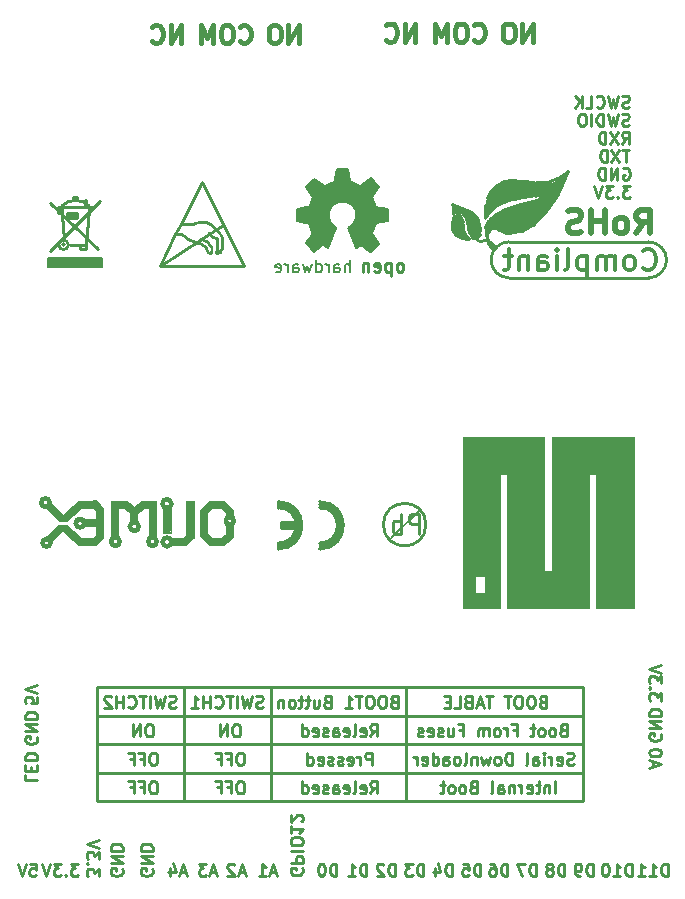
<source format=gbr>
G04 #@! TF.GenerationSoftware,KiCad,Pcbnew,5.1.0-rc2-unknown-036be7d~80~ubuntu16.04.1*
G04 #@! TF.CreationDate,2022-06-17T14:25:57+03:00*
G04 #@! TF.ProjectId,RT1010Py-DevKit_RevB,52543130-3130-4507-992d-4465764b6974,B*
G04 #@! TF.SameCoordinates,Original*
G04 #@! TF.FileFunction,Legend,Bot*
G04 #@! TF.FilePolarity,Positive*
%FSLAX46Y46*%
G04 Gerber Fmt 4.6, Leading zero omitted, Abs format (unit mm)*
G04 Created by KiCad (PCBNEW 5.1.0-rc2-unknown-036be7d~80~ubuntu16.04.1) date 2022-06-17 14:25:57*
%MOMM*%
%LPD*%
G04 APERTURE LIST*
%ADD10C,0.254000*%
%ADD11C,0.381000*%
%ADD12C,0.508000*%
%ADD13C,0.200000*%
%ADD14C,0.100000*%
%ADD15C,0.150000*%
%ADD16C,0.127000*%
%ADD17C,0.300000*%
%ADD18C,0.400000*%
%ADD19C,0.700000*%
%ADD20C,0.500000*%
%ADD21C,0.420000*%
%ADD22C,0.370000*%
%ADD23C,0.380000*%
%ADD24C,1.000000*%
%ADD25C,0.350000*%
%ADD26C,0.180000*%
G04 APERTURE END LIST*
D10*
X99362380Y-126189619D02*
X99701047Y-125705809D01*
X99942952Y-126189619D02*
X99942952Y-125173619D01*
X99555904Y-125173619D01*
X99459142Y-125222000D01*
X99410761Y-125270380D01*
X99362380Y-125367142D01*
X99362380Y-125512285D01*
X99410761Y-125609047D01*
X99459142Y-125657428D01*
X99555904Y-125705809D01*
X99942952Y-125705809D01*
X98539904Y-126141238D02*
X98636666Y-126189619D01*
X98830190Y-126189619D01*
X98926952Y-126141238D01*
X98975333Y-126044476D01*
X98975333Y-125657428D01*
X98926952Y-125560666D01*
X98830190Y-125512285D01*
X98636666Y-125512285D01*
X98539904Y-125560666D01*
X98491523Y-125657428D01*
X98491523Y-125754190D01*
X98975333Y-125850952D01*
X97910952Y-126189619D02*
X98007714Y-126141238D01*
X98056095Y-126044476D01*
X98056095Y-125173619D01*
X97136857Y-126141238D02*
X97233619Y-126189619D01*
X97427142Y-126189619D01*
X97523904Y-126141238D01*
X97572285Y-126044476D01*
X97572285Y-125657428D01*
X97523904Y-125560666D01*
X97427142Y-125512285D01*
X97233619Y-125512285D01*
X97136857Y-125560666D01*
X97088476Y-125657428D01*
X97088476Y-125754190D01*
X97572285Y-125850952D01*
X96217619Y-126189619D02*
X96217619Y-125657428D01*
X96266000Y-125560666D01*
X96362761Y-125512285D01*
X96556285Y-125512285D01*
X96653047Y-125560666D01*
X96217619Y-126141238D02*
X96314380Y-126189619D01*
X96556285Y-126189619D01*
X96653047Y-126141238D01*
X96701428Y-126044476D01*
X96701428Y-125947714D01*
X96653047Y-125850952D01*
X96556285Y-125802571D01*
X96314380Y-125802571D01*
X96217619Y-125754190D01*
X95782190Y-126141238D02*
X95685428Y-126189619D01*
X95491904Y-126189619D01*
X95395142Y-126141238D01*
X95346761Y-126044476D01*
X95346761Y-125996095D01*
X95395142Y-125899333D01*
X95491904Y-125850952D01*
X95637047Y-125850952D01*
X95733809Y-125802571D01*
X95782190Y-125705809D01*
X95782190Y-125657428D01*
X95733809Y-125560666D01*
X95637047Y-125512285D01*
X95491904Y-125512285D01*
X95395142Y-125560666D01*
X94524285Y-126141238D02*
X94621047Y-126189619D01*
X94814571Y-126189619D01*
X94911333Y-126141238D01*
X94959714Y-126044476D01*
X94959714Y-125657428D01*
X94911333Y-125560666D01*
X94814571Y-125512285D01*
X94621047Y-125512285D01*
X94524285Y-125560666D01*
X94475904Y-125657428D01*
X94475904Y-125754190D01*
X94959714Y-125850952D01*
X93605047Y-126189619D02*
X93605047Y-125173619D01*
X93605047Y-126141238D02*
X93701809Y-126189619D01*
X93895333Y-126189619D01*
X93992095Y-126141238D01*
X94040476Y-126092857D01*
X94088857Y-125996095D01*
X94088857Y-125705809D01*
X94040476Y-125609047D01*
X93992095Y-125560666D01*
X93895333Y-125512285D01*
X93701809Y-125512285D01*
X93605047Y-125560666D01*
X99507523Y-123776619D02*
X99507523Y-122760619D01*
X99120476Y-122760619D01*
X99023714Y-122809000D01*
X98975333Y-122857380D01*
X98926952Y-122954142D01*
X98926952Y-123099285D01*
X98975333Y-123196047D01*
X99023714Y-123244428D01*
X99120476Y-123292809D01*
X99507523Y-123292809D01*
X98491523Y-123776619D02*
X98491523Y-123099285D01*
X98491523Y-123292809D02*
X98443142Y-123196047D01*
X98394761Y-123147666D01*
X98298000Y-123099285D01*
X98201238Y-123099285D01*
X97475523Y-123728238D02*
X97572285Y-123776619D01*
X97765809Y-123776619D01*
X97862571Y-123728238D01*
X97910952Y-123631476D01*
X97910952Y-123244428D01*
X97862571Y-123147666D01*
X97765809Y-123099285D01*
X97572285Y-123099285D01*
X97475523Y-123147666D01*
X97427142Y-123244428D01*
X97427142Y-123341190D01*
X97910952Y-123437952D01*
X97040095Y-123728238D02*
X96943333Y-123776619D01*
X96749809Y-123776619D01*
X96653047Y-123728238D01*
X96604666Y-123631476D01*
X96604666Y-123583095D01*
X96653047Y-123486333D01*
X96749809Y-123437952D01*
X96894952Y-123437952D01*
X96991714Y-123389571D01*
X97040095Y-123292809D01*
X97040095Y-123244428D01*
X96991714Y-123147666D01*
X96894952Y-123099285D01*
X96749809Y-123099285D01*
X96653047Y-123147666D01*
X96217619Y-123728238D02*
X96120857Y-123776619D01*
X95927333Y-123776619D01*
X95830571Y-123728238D01*
X95782190Y-123631476D01*
X95782190Y-123583095D01*
X95830571Y-123486333D01*
X95927333Y-123437952D01*
X96072476Y-123437952D01*
X96169238Y-123389571D01*
X96217619Y-123292809D01*
X96217619Y-123244428D01*
X96169238Y-123147666D01*
X96072476Y-123099285D01*
X95927333Y-123099285D01*
X95830571Y-123147666D01*
X94959714Y-123728238D02*
X95056476Y-123776619D01*
X95250000Y-123776619D01*
X95346761Y-123728238D01*
X95395142Y-123631476D01*
X95395142Y-123244428D01*
X95346761Y-123147666D01*
X95250000Y-123099285D01*
X95056476Y-123099285D01*
X94959714Y-123147666D01*
X94911333Y-123244428D01*
X94911333Y-123341190D01*
X95395142Y-123437952D01*
X94040476Y-123776619D02*
X94040476Y-122760619D01*
X94040476Y-123728238D02*
X94137238Y-123776619D01*
X94330761Y-123776619D01*
X94427523Y-123728238D01*
X94475904Y-123679857D01*
X94524285Y-123583095D01*
X94524285Y-123292809D01*
X94475904Y-123196047D01*
X94427523Y-123147666D01*
X94330761Y-123099285D01*
X94137238Y-123099285D01*
X94040476Y-123147666D01*
X81104619Y-125173619D02*
X80911095Y-125173619D01*
X80814333Y-125222000D01*
X80717571Y-125318761D01*
X80669190Y-125512285D01*
X80669190Y-125850952D01*
X80717571Y-126044476D01*
X80814333Y-126141238D01*
X80911095Y-126189619D01*
X81104619Y-126189619D01*
X81201380Y-126141238D01*
X81298142Y-126044476D01*
X81346523Y-125850952D01*
X81346523Y-125512285D01*
X81298142Y-125318761D01*
X81201380Y-125222000D01*
X81104619Y-125173619D01*
X79895095Y-125657428D02*
X80233761Y-125657428D01*
X80233761Y-126189619D02*
X80233761Y-125173619D01*
X79749952Y-125173619D01*
X79024238Y-125657428D02*
X79362904Y-125657428D01*
X79362904Y-126189619D02*
X79362904Y-125173619D01*
X78879095Y-125173619D01*
X88470619Y-125173619D02*
X88277095Y-125173619D01*
X88180333Y-125222000D01*
X88083571Y-125318761D01*
X88035190Y-125512285D01*
X88035190Y-125850952D01*
X88083571Y-126044476D01*
X88180333Y-126141238D01*
X88277095Y-126189619D01*
X88470619Y-126189619D01*
X88567380Y-126141238D01*
X88664142Y-126044476D01*
X88712523Y-125850952D01*
X88712523Y-125512285D01*
X88664142Y-125318761D01*
X88567380Y-125222000D01*
X88470619Y-125173619D01*
X87261095Y-125657428D02*
X87599761Y-125657428D01*
X87599761Y-126189619D02*
X87599761Y-125173619D01*
X87115952Y-125173619D01*
X86390238Y-125657428D02*
X86728904Y-125657428D01*
X86728904Y-126189619D02*
X86728904Y-125173619D01*
X86245095Y-125173619D01*
X88470619Y-122760619D02*
X88277095Y-122760619D01*
X88180333Y-122809000D01*
X88083571Y-122905761D01*
X88035190Y-123099285D01*
X88035190Y-123437952D01*
X88083571Y-123631476D01*
X88180333Y-123728238D01*
X88277095Y-123776619D01*
X88470619Y-123776619D01*
X88567380Y-123728238D01*
X88664142Y-123631476D01*
X88712523Y-123437952D01*
X88712523Y-123099285D01*
X88664142Y-122905761D01*
X88567380Y-122809000D01*
X88470619Y-122760619D01*
X87261095Y-123244428D02*
X87599761Y-123244428D01*
X87599761Y-123776619D02*
X87599761Y-122760619D01*
X87115952Y-122760619D01*
X86390238Y-123244428D02*
X86728904Y-123244428D01*
X86728904Y-123776619D02*
X86728904Y-122760619D01*
X86245095Y-122760619D01*
X81104619Y-122760619D02*
X80911095Y-122760619D01*
X80814333Y-122809000D01*
X80717571Y-122905761D01*
X80669190Y-123099285D01*
X80669190Y-123437952D01*
X80717571Y-123631476D01*
X80814333Y-123728238D01*
X80911095Y-123776619D01*
X81104619Y-123776619D01*
X81201380Y-123728238D01*
X81298142Y-123631476D01*
X81346523Y-123437952D01*
X81346523Y-123099285D01*
X81298142Y-122905761D01*
X81201380Y-122809000D01*
X81104619Y-122760619D01*
X79895095Y-123244428D02*
X80233761Y-123244428D01*
X80233761Y-123776619D02*
X80233761Y-122760619D01*
X79749952Y-122760619D01*
X79024238Y-123244428D02*
X79362904Y-123244428D01*
X79362904Y-123776619D02*
X79362904Y-122760619D01*
X78879095Y-122760619D01*
X80765952Y-120347619D02*
X80572428Y-120347619D01*
X80475666Y-120396000D01*
X80378904Y-120492761D01*
X80330523Y-120686285D01*
X80330523Y-121024952D01*
X80378904Y-121218476D01*
X80475666Y-121315238D01*
X80572428Y-121363619D01*
X80765952Y-121363619D01*
X80862714Y-121315238D01*
X80959476Y-121218476D01*
X81007857Y-121024952D01*
X81007857Y-120686285D01*
X80959476Y-120492761D01*
X80862714Y-120396000D01*
X80765952Y-120347619D01*
X79895095Y-121363619D02*
X79895095Y-120347619D01*
X79314523Y-121363619D01*
X79314523Y-120347619D01*
X88131952Y-120347619D02*
X87938428Y-120347619D01*
X87841666Y-120396000D01*
X87744904Y-120492761D01*
X87696523Y-120686285D01*
X87696523Y-121024952D01*
X87744904Y-121218476D01*
X87841666Y-121315238D01*
X87938428Y-121363619D01*
X88131952Y-121363619D01*
X88228714Y-121315238D01*
X88325476Y-121218476D01*
X88373857Y-121024952D01*
X88373857Y-120686285D01*
X88325476Y-120492761D01*
X88228714Y-120396000D01*
X88131952Y-120347619D01*
X87261095Y-121363619D02*
X87261095Y-120347619D01*
X86680523Y-121363619D01*
X86680523Y-120347619D01*
X99362380Y-121363619D02*
X99701047Y-120879809D01*
X99942952Y-121363619D02*
X99942952Y-120347619D01*
X99555904Y-120347619D01*
X99459142Y-120396000D01*
X99410761Y-120444380D01*
X99362380Y-120541142D01*
X99362380Y-120686285D01*
X99410761Y-120783047D01*
X99459142Y-120831428D01*
X99555904Y-120879809D01*
X99942952Y-120879809D01*
X98539904Y-121315238D02*
X98636666Y-121363619D01*
X98830190Y-121363619D01*
X98926952Y-121315238D01*
X98975333Y-121218476D01*
X98975333Y-120831428D01*
X98926952Y-120734666D01*
X98830190Y-120686285D01*
X98636666Y-120686285D01*
X98539904Y-120734666D01*
X98491523Y-120831428D01*
X98491523Y-120928190D01*
X98975333Y-121024952D01*
X97910952Y-121363619D02*
X98007714Y-121315238D01*
X98056095Y-121218476D01*
X98056095Y-120347619D01*
X97136857Y-121315238D02*
X97233619Y-121363619D01*
X97427142Y-121363619D01*
X97523904Y-121315238D01*
X97572285Y-121218476D01*
X97572285Y-120831428D01*
X97523904Y-120734666D01*
X97427142Y-120686285D01*
X97233619Y-120686285D01*
X97136857Y-120734666D01*
X97088476Y-120831428D01*
X97088476Y-120928190D01*
X97572285Y-121024952D01*
X96217619Y-121363619D02*
X96217619Y-120831428D01*
X96266000Y-120734666D01*
X96362761Y-120686285D01*
X96556285Y-120686285D01*
X96653047Y-120734666D01*
X96217619Y-121315238D02*
X96314380Y-121363619D01*
X96556285Y-121363619D01*
X96653047Y-121315238D01*
X96701428Y-121218476D01*
X96701428Y-121121714D01*
X96653047Y-121024952D01*
X96556285Y-120976571D01*
X96314380Y-120976571D01*
X96217619Y-120928190D01*
X95782190Y-121315238D02*
X95685428Y-121363619D01*
X95491904Y-121363619D01*
X95395142Y-121315238D01*
X95346761Y-121218476D01*
X95346761Y-121170095D01*
X95395142Y-121073333D01*
X95491904Y-121024952D01*
X95637047Y-121024952D01*
X95733809Y-120976571D01*
X95782190Y-120879809D01*
X95782190Y-120831428D01*
X95733809Y-120734666D01*
X95637047Y-120686285D01*
X95491904Y-120686285D01*
X95395142Y-120734666D01*
X94524285Y-121315238D02*
X94621047Y-121363619D01*
X94814571Y-121363619D01*
X94911333Y-121315238D01*
X94959714Y-121218476D01*
X94959714Y-120831428D01*
X94911333Y-120734666D01*
X94814571Y-120686285D01*
X94621047Y-120686285D01*
X94524285Y-120734666D01*
X94475904Y-120831428D01*
X94475904Y-120928190D01*
X94959714Y-121024952D01*
X93605047Y-121363619D02*
X93605047Y-120347619D01*
X93605047Y-121315238D02*
X93701809Y-121363619D01*
X93895333Y-121363619D01*
X93992095Y-121315238D01*
X94040476Y-121266857D01*
X94088857Y-121170095D01*
X94088857Y-120879809D01*
X94040476Y-120783047D01*
X93992095Y-120734666D01*
X93895333Y-120686285D01*
X93701809Y-120686285D01*
X93605047Y-120734666D01*
X113949238Y-118418428D02*
X113804095Y-118466809D01*
X113755714Y-118515190D01*
X113707333Y-118611952D01*
X113707333Y-118757095D01*
X113755714Y-118853857D01*
X113804095Y-118902238D01*
X113900857Y-118950619D01*
X114287904Y-118950619D01*
X114287904Y-117934619D01*
X113949238Y-117934619D01*
X113852476Y-117983000D01*
X113804095Y-118031380D01*
X113755714Y-118128142D01*
X113755714Y-118224904D01*
X113804095Y-118321666D01*
X113852476Y-118370047D01*
X113949238Y-118418428D01*
X114287904Y-118418428D01*
X113078380Y-117934619D02*
X112884857Y-117934619D01*
X112788095Y-117983000D01*
X112691333Y-118079761D01*
X112642952Y-118273285D01*
X112642952Y-118611952D01*
X112691333Y-118805476D01*
X112788095Y-118902238D01*
X112884857Y-118950619D01*
X113078380Y-118950619D01*
X113175142Y-118902238D01*
X113271904Y-118805476D01*
X113320285Y-118611952D01*
X113320285Y-118273285D01*
X113271904Y-118079761D01*
X113175142Y-117983000D01*
X113078380Y-117934619D01*
X112014000Y-117934619D02*
X111820476Y-117934619D01*
X111723714Y-117983000D01*
X111626952Y-118079761D01*
X111578571Y-118273285D01*
X111578571Y-118611952D01*
X111626952Y-118805476D01*
X111723714Y-118902238D01*
X111820476Y-118950619D01*
X112014000Y-118950619D01*
X112110761Y-118902238D01*
X112207523Y-118805476D01*
X112255904Y-118611952D01*
X112255904Y-118273285D01*
X112207523Y-118079761D01*
X112110761Y-117983000D01*
X112014000Y-117934619D01*
X111288285Y-117934619D02*
X110707714Y-117934619D01*
X110998000Y-118950619D02*
X110998000Y-117934619D01*
X109740095Y-117934619D02*
X109159523Y-117934619D01*
X109449809Y-118950619D02*
X109449809Y-117934619D01*
X108869238Y-118660333D02*
X108385428Y-118660333D01*
X108966000Y-118950619D02*
X108627333Y-117934619D01*
X108288666Y-118950619D01*
X107611333Y-118418428D02*
X107466190Y-118466809D01*
X107417809Y-118515190D01*
X107369428Y-118611952D01*
X107369428Y-118757095D01*
X107417809Y-118853857D01*
X107466190Y-118902238D01*
X107562952Y-118950619D01*
X107950000Y-118950619D01*
X107950000Y-117934619D01*
X107611333Y-117934619D01*
X107514571Y-117983000D01*
X107466190Y-118031380D01*
X107417809Y-118128142D01*
X107417809Y-118224904D01*
X107466190Y-118321666D01*
X107514571Y-118370047D01*
X107611333Y-118418428D01*
X107950000Y-118418428D01*
X106450190Y-118950619D02*
X106934000Y-118950619D01*
X106934000Y-117934619D01*
X106111523Y-118418428D02*
X105772857Y-118418428D01*
X105627714Y-118950619D02*
X106111523Y-118950619D01*
X106111523Y-117934619D01*
X105627714Y-117934619D01*
X117348000Y-117221000D02*
X117348000Y-126873000D01*
X76200000Y-126873000D02*
X117348000Y-126873000D01*
X76200000Y-124460000D02*
X117348000Y-124460000D01*
X76200000Y-122047000D02*
X117348000Y-122047000D01*
X102362000Y-117221000D02*
X102362000Y-126873000D01*
X90932000Y-117221000D02*
X90932000Y-126873000D01*
X76200000Y-119634000D02*
X117348000Y-119634000D01*
X83566000Y-117221000D02*
X83566000Y-126873000D01*
X76200000Y-117221000D02*
X76200000Y-126873000D01*
X76200000Y-117221000D02*
X117348000Y-117221000D01*
X82906809Y-118902238D02*
X82761666Y-118950619D01*
X82519761Y-118950619D01*
X82423000Y-118902238D01*
X82374619Y-118853857D01*
X82326238Y-118757095D01*
X82326238Y-118660333D01*
X82374619Y-118563571D01*
X82423000Y-118515190D01*
X82519761Y-118466809D01*
X82713285Y-118418428D01*
X82810047Y-118370047D01*
X82858428Y-118321666D01*
X82906809Y-118224904D01*
X82906809Y-118128142D01*
X82858428Y-118031380D01*
X82810047Y-117983000D01*
X82713285Y-117934619D01*
X82471380Y-117934619D01*
X82326238Y-117983000D01*
X81987571Y-117934619D02*
X81745666Y-118950619D01*
X81552142Y-118224904D01*
X81358619Y-118950619D01*
X81116714Y-117934619D01*
X80729666Y-118950619D02*
X80729666Y-117934619D01*
X80391000Y-117934619D02*
X79810428Y-117934619D01*
X80100714Y-118950619D02*
X80100714Y-117934619D01*
X78891190Y-118853857D02*
X78939571Y-118902238D01*
X79084714Y-118950619D01*
X79181476Y-118950619D01*
X79326619Y-118902238D01*
X79423380Y-118805476D01*
X79471761Y-118708714D01*
X79520142Y-118515190D01*
X79520142Y-118370047D01*
X79471761Y-118176523D01*
X79423380Y-118079761D01*
X79326619Y-117983000D01*
X79181476Y-117934619D01*
X79084714Y-117934619D01*
X78939571Y-117983000D01*
X78891190Y-118031380D01*
X78455761Y-118950619D02*
X78455761Y-117934619D01*
X78455761Y-118418428D02*
X77875190Y-118418428D01*
X77875190Y-118950619D02*
X77875190Y-117934619D01*
X77439761Y-118031380D02*
X77391380Y-117983000D01*
X77294619Y-117934619D01*
X77052714Y-117934619D01*
X76955952Y-117983000D01*
X76907571Y-118031380D01*
X76859190Y-118128142D01*
X76859190Y-118224904D01*
X76907571Y-118370047D01*
X77488142Y-118950619D01*
X76859190Y-118950619D01*
X90272809Y-118902238D02*
X90127666Y-118950619D01*
X89885761Y-118950619D01*
X89789000Y-118902238D01*
X89740619Y-118853857D01*
X89692238Y-118757095D01*
X89692238Y-118660333D01*
X89740619Y-118563571D01*
X89789000Y-118515190D01*
X89885761Y-118466809D01*
X90079285Y-118418428D01*
X90176047Y-118370047D01*
X90224428Y-118321666D01*
X90272809Y-118224904D01*
X90272809Y-118128142D01*
X90224428Y-118031380D01*
X90176047Y-117983000D01*
X90079285Y-117934619D01*
X89837380Y-117934619D01*
X89692238Y-117983000D01*
X89353571Y-117934619D02*
X89111666Y-118950619D01*
X88918142Y-118224904D01*
X88724619Y-118950619D01*
X88482714Y-117934619D01*
X88095666Y-118950619D02*
X88095666Y-117934619D01*
X87757000Y-117934619D02*
X87176428Y-117934619D01*
X87466714Y-118950619D02*
X87466714Y-117934619D01*
X86257190Y-118853857D02*
X86305571Y-118902238D01*
X86450714Y-118950619D01*
X86547476Y-118950619D01*
X86692619Y-118902238D01*
X86789380Y-118805476D01*
X86837761Y-118708714D01*
X86886142Y-118515190D01*
X86886142Y-118370047D01*
X86837761Y-118176523D01*
X86789380Y-118079761D01*
X86692619Y-117983000D01*
X86547476Y-117934619D01*
X86450714Y-117934619D01*
X86305571Y-117983000D01*
X86257190Y-118031380D01*
X85821761Y-118950619D02*
X85821761Y-117934619D01*
X85821761Y-118418428D02*
X85241190Y-118418428D01*
X85241190Y-118950619D02*
X85241190Y-117934619D01*
X84225190Y-118950619D02*
X84805761Y-118950619D01*
X84515476Y-118950619D02*
X84515476Y-117934619D01*
X84612238Y-118079761D01*
X84709000Y-118176523D01*
X84805761Y-118224904D01*
X101364142Y-118418428D02*
X101219000Y-118466809D01*
X101170619Y-118515190D01*
X101122238Y-118611952D01*
X101122238Y-118757095D01*
X101170619Y-118853857D01*
X101219000Y-118902238D01*
X101315761Y-118950619D01*
X101702809Y-118950619D01*
X101702809Y-117934619D01*
X101364142Y-117934619D01*
X101267380Y-117983000D01*
X101219000Y-118031380D01*
X101170619Y-118128142D01*
X101170619Y-118224904D01*
X101219000Y-118321666D01*
X101267380Y-118370047D01*
X101364142Y-118418428D01*
X101702809Y-118418428D01*
X100493285Y-117934619D02*
X100299761Y-117934619D01*
X100203000Y-117983000D01*
X100106238Y-118079761D01*
X100057857Y-118273285D01*
X100057857Y-118611952D01*
X100106238Y-118805476D01*
X100203000Y-118902238D01*
X100299761Y-118950619D01*
X100493285Y-118950619D01*
X100590047Y-118902238D01*
X100686809Y-118805476D01*
X100735190Y-118611952D01*
X100735190Y-118273285D01*
X100686809Y-118079761D01*
X100590047Y-117983000D01*
X100493285Y-117934619D01*
X99428904Y-117934619D02*
X99235380Y-117934619D01*
X99138619Y-117983000D01*
X99041857Y-118079761D01*
X98993476Y-118273285D01*
X98993476Y-118611952D01*
X99041857Y-118805476D01*
X99138619Y-118902238D01*
X99235380Y-118950619D01*
X99428904Y-118950619D01*
X99525666Y-118902238D01*
X99622428Y-118805476D01*
X99670809Y-118611952D01*
X99670809Y-118273285D01*
X99622428Y-118079761D01*
X99525666Y-117983000D01*
X99428904Y-117934619D01*
X98703190Y-117934619D02*
X98122619Y-117934619D01*
X98412904Y-118950619D02*
X98412904Y-117934619D01*
X97251761Y-118950619D02*
X97832333Y-118950619D01*
X97542047Y-118950619D02*
X97542047Y-117934619D01*
X97638809Y-118079761D01*
X97735571Y-118176523D01*
X97832333Y-118224904D01*
X95703571Y-118418428D02*
X95558428Y-118466809D01*
X95510047Y-118515190D01*
X95461666Y-118611952D01*
X95461666Y-118757095D01*
X95510047Y-118853857D01*
X95558428Y-118902238D01*
X95655190Y-118950619D01*
X96042238Y-118950619D01*
X96042238Y-117934619D01*
X95703571Y-117934619D01*
X95606809Y-117983000D01*
X95558428Y-118031380D01*
X95510047Y-118128142D01*
X95510047Y-118224904D01*
X95558428Y-118321666D01*
X95606809Y-118370047D01*
X95703571Y-118418428D01*
X96042238Y-118418428D01*
X94590809Y-118273285D02*
X94590809Y-118950619D01*
X95026238Y-118273285D02*
X95026238Y-118805476D01*
X94977857Y-118902238D01*
X94881095Y-118950619D01*
X94735952Y-118950619D01*
X94639190Y-118902238D01*
X94590809Y-118853857D01*
X94252142Y-118273285D02*
X93865095Y-118273285D01*
X94107000Y-117934619D02*
X94107000Y-118805476D01*
X94058619Y-118902238D01*
X93961857Y-118950619D01*
X93865095Y-118950619D01*
X93671571Y-118273285D02*
X93284523Y-118273285D01*
X93526428Y-117934619D02*
X93526428Y-118805476D01*
X93478047Y-118902238D01*
X93381285Y-118950619D01*
X93284523Y-118950619D01*
X92800714Y-118950619D02*
X92897476Y-118902238D01*
X92945857Y-118853857D01*
X92994238Y-118757095D01*
X92994238Y-118466809D01*
X92945857Y-118370047D01*
X92897476Y-118321666D01*
X92800714Y-118273285D01*
X92655571Y-118273285D01*
X92558809Y-118321666D01*
X92510428Y-118370047D01*
X92462047Y-118466809D01*
X92462047Y-118757095D01*
X92510428Y-118853857D01*
X92558809Y-118902238D01*
X92655571Y-118950619D01*
X92800714Y-118950619D01*
X92026619Y-118273285D02*
X92026619Y-118950619D01*
X92026619Y-118370047D02*
X91978238Y-118321666D01*
X91881476Y-118273285D01*
X91736333Y-118273285D01*
X91639571Y-118321666D01*
X91591190Y-118418428D01*
X91591190Y-118950619D01*
X115025714Y-126189619D02*
X115025714Y-125173619D01*
X114541904Y-125512285D02*
X114541904Y-126189619D01*
X114541904Y-125609047D02*
X114493523Y-125560666D01*
X114396761Y-125512285D01*
X114251619Y-125512285D01*
X114154857Y-125560666D01*
X114106476Y-125657428D01*
X114106476Y-126189619D01*
X113767809Y-125512285D02*
X113380761Y-125512285D01*
X113622666Y-125173619D02*
X113622666Y-126044476D01*
X113574285Y-126141238D01*
X113477523Y-126189619D01*
X113380761Y-126189619D01*
X112655047Y-126141238D02*
X112751809Y-126189619D01*
X112945333Y-126189619D01*
X113042095Y-126141238D01*
X113090476Y-126044476D01*
X113090476Y-125657428D01*
X113042095Y-125560666D01*
X112945333Y-125512285D01*
X112751809Y-125512285D01*
X112655047Y-125560666D01*
X112606666Y-125657428D01*
X112606666Y-125754190D01*
X113090476Y-125850952D01*
X112171238Y-126189619D02*
X112171238Y-125512285D01*
X112171238Y-125705809D02*
X112122857Y-125609047D01*
X112074476Y-125560666D01*
X111977714Y-125512285D01*
X111880952Y-125512285D01*
X111542285Y-125512285D02*
X111542285Y-126189619D01*
X111542285Y-125609047D02*
X111493904Y-125560666D01*
X111397142Y-125512285D01*
X111252000Y-125512285D01*
X111155238Y-125560666D01*
X111106857Y-125657428D01*
X111106857Y-126189619D01*
X110187619Y-126189619D02*
X110187619Y-125657428D01*
X110236000Y-125560666D01*
X110332761Y-125512285D01*
X110526285Y-125512285D01*
X110623047Y-125560666D01*
X110187619Y-126141238D02*
X110284380Y-126189619D01*
X110526285Y-126189619D01*
X110623047Y-126141238D01*
X110671428Y-126044476D01*
X110671428Y-125947714D01*
X110623047Y-125850952D01*
X110526285Y-125802571D01*
X110284380Y-125802571D01*
X110187619Y-125754190D01*
X109558666Y-126189619D02*
X109655428Y-126141238D01*
X109703809Y-126044476D01*
X109703809Y-125173619D01*
X108058857Y-125657428D02*
X107913714Y-125705809D01*
X107865333Y-125754190D01*
X107816952Y-125850952D01*
X107816952Y-125996095D01*
X107865333Y-126092857D01*
X107913714Y-126141238D01*
X108010476Y-126189619D01*
X108397523Y-126189619D01*
X108397523Y-125173619D01*
X108058857Y-125173619D01*
X107962095Y-125222000D01*
X107913714Y-125270380D01*
X107865333Y-125367142D01*
X107865333Y-125463904D01*
X107913714Y-125560666D01*
X107962095Y-125609047D01*
X108058857Y-125657428D01*
X108397523Y-125657428D01*
X107236380Y-126189619D02*
X107333142Y-126141238D01*
X107381523Y-126092857D01*
X107429904Y-125996095D01*
X107429904Y-125705809D01*
X107381523Y-125609047D01*
X107333142Y-125560666D01*
X107236380Y-125512285D01*
X107091238Y-125512285D01*
X106994476Y-125560666D01*
X106946095Y-125609047D01*
X106897714Y-125705809D01*
X106897714Y-125996095D01*
X106946095Y-126092857D01*
X106994476Y-126141238D01*
X107091238Y-126189619D01*
X107236380Y-126189619D01*
X106317142Y-126189619D02*
X106413904Y-126141238D01*
X106462285Y-126092857D01*
X106510666Y-125996095D01*
X106510666Y-125705809D01*
X106462285Y-125609047D01*
X106413904Y-125560666D01*
X106317142Y-125512285D01*
X106172000Y-125512285D01*
X106075238Y-125560666D01*
X106026857Y-125609047D01*
X105978476Y-125705809D01*
X105978476Y-125996095D01*
X106026857Y-126092857D01*
X106075238Y-126141238D01*
X106172000Y-126189619D01*
X106317142Y-126189619D01*
X105688190Y-125512285D02*
X105301142Y-125512285D01*
X105543047Y-125173619D02*
X105543047Y-126044476D01*
X105494666Y-126141238D01*
X105397904Y-126189619D01*
X105301142Y-126189619D01*
X116604142Y-123728238D02*
X116459000Y-123776619D01*
X116217095Y-123776619D01*
X116120333Y-123728238D01*
X116071952Y-123679857D01*
X116023571Y-123583095D01*
X116023571Y-123486333D01*
X116071952Y-123389571D01*
X116120333Y-123341190D01*
X116217095Y-123292809D01*
X116410619Y-123244428D01*
X116507380Y-123196047D01*
X116555761Y-123147666D01*
X116604142Y-123050904D01*
X116604142Y-122954142D01*
X116555761Y-122857380D01*
X116507380Y-122809000D01*
X116410619Y-122760619D01*
X116168714Y-122760619D01*
X116023571Y-122809000D01*
X115201095Y-123728238D02*
X115297857Y-123776619D01*
X115491380Y-123776619D01*
X115588142Y-123728238D01*
X115636523Y-123631476D01*
X115636523Y-123244428D01*
X115588142Y-123147666D01*
X115491380Y-123099285D01*
X115297857Y-123099285D01*
X115201095Y-123147666D01*
X115152714Y-123244428D01*
X115152714Y-123341190D01*
X115636523Y-123437952D01*
X114717285Y-123776619D02*
X114717285Y-123099285D01*
X114717285Y-123292809D02*
X114668904Y-123196047D01*
X114620523Y-123147666D01*
X114523761Y-123099285D01*
X114427000Y-123099285D01*
X114088333Y-123776619D02*
X114088333Y-123099285D01*
X114088333Y-122760619D02*
X114136714Y-122809000D01*
X114088333Y-122857380D01*
X114039952Y-122809000D01*
X114088333Y-122760619D01*
X114088333Y-122857380D01*
X113169095Y-123776619D02*
X113169095Y-123244428D01*
X113217476Y-123147666D01*
X113314238Y-123099285D01*
X113507761Y-123099285D01*
X113604523Y-123147666D01*
X113169095Y-123728238D02*
X113265857Y-123776619D01*
X113507761Y-123776619D01*
X113604523Y-123728238D01*
X113652904Y-123631476D01*
X113652904Y-123534714D01*
X113604523Y-123437952D01*
X113507761Y-123389571D01*
X113265857Y-123389571D01*
X113169095Y-123341190D01*
X112540142Y-123776619D02*
X112636904Y-123728238D01*
X112685285Y-123631476D01*
X112685285Y-122760619D01*
X111379000Y-123776619D02*
X111379000Y-122760619D01*
X111137095Y-122760619D01*
X110991952Y-122809000D01*
X110895190Y-122905761D01*
X110846809Y-123002523D01*
X110798428Y-123196047D01*
X110798428Y-123341190D01*
X110846809Y-123534714D01*
X110895190Y-123631476D01*
X110991952Y-123728238D01*
X111137095Y-123776619D01*
X111379000Y-123776619D01*
X110217857Y-123776619D02*
X110314619Y-123728238D01*
X110363000Y-123679857D01*
X110411380Y-123583095D01*
X110411380Y-123292809D01*
X110363000Y-123196047D01*
X110314619Y-123147666D01*
X110217857Y-123099285D01*
X110072714Y-123099285D01*
X109975952Y-123147666D01*
X109927571Y-123196047D01*
X109879190Y-123292809D01*
X109879190Y-123583095D01*
X109927571Y-123679857D01*
X109975952Y-123728238D01*
X110072714Y-123776619D01*
X110217857Y-123776619D01*
X109540523Y-123099285D02*
X109347000Y-123776619D01*
X109153476Y-123292809D01*
X108959952Y-123776619D01*
X108766428Y-123099285D01*
X108379380Y-123099285D02*
X108379380Y-123776619D01*
X108379380Y-123196047D02*
X108331000Y-123147666D01*
X108234238Y-123099285D01*
X108089095Y-123099285D01*
X107992333Y-123147666D01*
X107943952Y-123244428D01*
X107943952Y-123776619D01*
X107315000Y-123776619D02*
X107411761Y-123728238D01*
X107460142Y-123631476D01*
X107460142Y-122760619D01*
X106782809Y-123776619D02*
X106879571Y-123728238D01*
X106927952Y-123679857D01*
X106976333Y-123583095D01*
X106976333Y-123292809D01*
X106927952Y-123196047D01*
X106879571Y-123147666D01*
X106782809Y-123099285D01*
X106637666Y-123099285D01*
X106540904Y-123147666D01*
X106492523Y-123196047D01*
X106444142Y-123292809D01*
X106444142Y-123583095D01*
X106492523Y-123679857D01*
X106540904Y-123728238D01*
X106637666Y-123776619D01*
X106782809Y-123776619D01*
X105573285Y-123776619D02*
X105573285Y-123244428D01*
X105621666Y-123147666D01*
X105718428Y-123099285D01*
X105911952Y-123099285D01*
X106008714Y-123147666D01*
X105573285Y-123728238D02*
X105670047Y-123776619D01*
X105911952Y-123776619D01*
X106008714Y-123728238D01*
X106057095Y-123631476D01*
X106057095Y-123534714D01*
X106008714Y-123437952D01*
X105911952Y-123389571D01*
X105670047Y-123389571D01*
X105573285Y-123341190D01*
X104654047Y-123776619D02*
X104654047Y-122760619D01*
X104654047Y-123728238D02*
X104750809Y-123776619D01*
X104944333Y-123776619D01*
X105041095Y-123728238D01*
X105089476Y-123679857D01*
X105137857Y-123583095D01*
X105137857Y-123292809D01*
X105089476Y-123196047D01*
X105041095Y-123147666D01*
X104944333Y-123099285D01*
X104750809Y-123099285D01*
X104654047Y-123147666D01*
X103783190Y-123728238D02*
X103879952Y-123776619D01*
X104073476Y-123776619D01*
X104170238Y-123728238D01*
X104218619Y-123631476D01*
X104218619Y-123244428D01*
X104170238Y-123147666D01*
X104073476Y-123099285D01*
X103879952Y-123099285D01*
X103783190Y-123147666D01*
X103734809Y-123244428D01*
X103734809Y-123341190D01*
X104218619Y-123437952D01*
X103299380Y-123776619D02*
X103299380Y-123099285D01*
X103299380Y-123292809D02*
X103251000Y-123196047D01*
X103202619Y-123147666D01*
X103105857Y-123099285D01*
X103009095Y-123099285D01*
X115678857Y-120831428D02*
X115533714Y-120879809D01*
X115485333Y-120928190D01*
X115436952Y-121024952D01*
X115436952Y-121170095D01*
X115485333Y-121266857D01*
X115533714Y-121315238D01*
X115630476Y-121363619D01*
X116017523Y-121363619D01*
X116017523Y-120347619D01*
X115678857Y-120347619D01*
X115582095Y-120396000D01*
X115533714Y-120444380D01*
X115485333Y-120541142D01*
X115485333Y-120637904D01*
X115533714Y-120734666D01*
X115582095Y-120783047D01*
X115678857Y-120831428D01*
X116017523Y-120831428D01*
X114856380Y-121363619D02*
X114953142Y-121315238D01*
X115001523Y-121266857D01*
X115049904Y-121170095D01*
X115049904Y-120879809D01*
X115001523Y-120783047D01*
X114953142Y-120734666D01*
X114856380Y-120686285D01*
X114711238Y-120686285D01*
X114614476Y-120734666D01*
X114566095Y-120783047D01*
X114517714Y-120879809D01*
X114517714Y-121170095D01*
X114566095Y-121266857D01*
X114614476Y-121315238D01*
X114711238Y-121363619D01*
X114856380Y-121363619D01*
X113937142Y-121363619D02*
X114033904Y-121315238D01*
X114082285Y-121266857D01*
X114130666Y-121170095D01*
X114130666Y-120879809D01*
X114082285Y-120783047D01*
X114033904Y-120734666D01*
X113937142Y-120686285D01*
X113792000Y-120686285D01*
X113695238Y-120734666D01*
X113646857Y-120783047D01*
X113598476Y-120879809D01*
X113598476Y-121170095D01*
X113646857Y-121266857D01*
X113695238Y-121315238D01*
X113792000Y-121363619D01*
X113937142Y-121363619D01*
X113308190Y-120686285D02*
X112921142Y-120686285D01*
X113163047Y-120347619D02*
X113163047Y-121218476D01*
X113114666Y-121315238D01*
X113017904Y-121363619D01*
X112921142Y-121363619D01*
X111469714Y-120831428D02*
X111808380Y-120831428D01*
X111808380Y-121363619D02*
X111808380Y-120347619D01*
X111324571Y-120347619D01*
X110937523Y-121363619D02*
X110937523Y-120686285D01*
X110937523Y-120879809D02*
X110889142Y-120783047D01*
X110840761Y-120734666D01*
X110744000Y-120686285D01*
X110647238Y-120686285D01*
X110163428Y-121363619D02*
X110260190Y-121315238D01*
X110308571Y-121266857D01*
X110356952Y-121170095D01*
X110356952Y-120879809D01*
X110308571Y-120783047D01*
X110260190Y-120734666D01*
X110163428Y-120686285D01*
X110018285Y-120686285D01*
X109921523Y-120734666D01*
X109873142Y-120783047D01*
X109824761Y-120879809D01*
X109824761Y-121170095D01*
X109873142Y-121266857D01*
X109921523Y-121315238D01*
X110018285Y-121363619D01*
X110163428Y-121363619D01*
X109389333Y-121363619D02*
X109389333Y-120686285D01*
X109389333Y-120783047D02*
X109340952Y-120734666D01*
X109244190Y-120686285D01*
X109099047Y-120686285D01*
X109002285Y-120734666D01*
X108953904Y-120831428D01*
X108953904Y-121363619D01*
X108953904Y-120831428D02*
X108905523Y-120734666D01*
X108808761Y-120686285D01*
X108663619Y-120686285D01*
X108566857Y-120734666D01*
X108518476Y-120831428D01*
X108518476Y-121363619D01*
X106921904Y-120831428D02*
X107260571Y-120831428D01*
X107260571Y-121363619D02*
X107260571Y-120347619D01*
X106776761Y-120347619D01*
X105954285Y-120686285D02*
X105954285Y-121363619D01*
X106389714Y-120686285D02*
X106389714Y-121218476D01*
X106341333Y-121315238D01*
X106244571Y-121363619D01*
X106099428Y-121363619D01*
X106002666Y-121315238D01*
X105954285Y-121266857D01*
X105518857Y-121315238D02*
X105422095Y-121363619D01*
X105228571Y-121363619D01*
X105131809Y-121315238D01*
X105083428Y-121218476D01*
X105083428Y-121170095D01*
X105131809Y-121073333D01*
X105228571Y-121024952D01*
X105373714Y-121024952D01*
X105470476Y-120976571D01*
X105518857Y-120879809D01*
X105518857Y-120831428D01*
X105470476Y-120734666D01*
X105373714Y-120686285D01*
X105228571Y-120686285D01*
X105131809Y-120734666D01*
X104260952Y-121315238D02*
X104357714Y-121363619D01*
X104551238Y-121363619D01*
X104648000Y-121315238D01*
X104696380Y-121218476D01*
X104696380Y-120831428D01*
X104648000Y-120734666D01*
X104551238Y-120686285D01*
X104357714Y-120686285D01*
X104260952Y-120734666D01*
X104212571Y-120831428D01*
X104212571Y-120928190D01*
X104696380Y-121024952D01*
X103825523Y-121315238D02*
X103728761Y-121363619D01*
X103535238Y-121363619D01*
X103438476Y-121315238D01*
X103390095Y-121218476D01*
X103390095Y-121170095D01*
X103438476Y-121073333D01*
X103535238Y-121024952D01*
X103680380Y-121024952D01*
X103777142Y-120976571D01*
X103825523Y-120879809D01*
X103825523Y-120831428D01*
X103777142Y-120734666D01*
X103680380Y-120686285D01*
X103535238Y-120686285D01*
X103438476Y-120734666D01*
X121297095Y-68102238D02*
X121151952Y-68150619D01*
X120910047Y-68150619D01*
X120813285Y-68102238D01*
X120764904Y-68053857D01*
X120716523Y-67957095D01*
X120716523Y-67860333D01*
X120764904Y-67763571D01*
X120813285Y-67715190D01*
X120910047Y-67666809D01*
X121103571Y-67618428D01*
X121200333Y-67570047D01*
X121248714Y-67521666D01*
X121297095Y-67424904D01*
X121297095Y-67328142D01*
X121248714Y-67231380D01*
X121200333Y-67183000D01*
X121103571Y-67134619D01*
X120861666Y-67134619D01*
X120716523Y-67183000D01*
X120377857Y-67134619D02*
X120135952Y-68150619D01*
X119942428Y-67424904D01*
X119748904Y-68150619D01*
X119507000Y-67134619D01*
X118539380Y-68053857D02*
X118587761Y-68102238D01*
X118732904Y-68150619D01*
X118829666Y-68150619D01*
X118974809Y-68102238D01*
X119071571Y-68005476D01*
X119119952Y-67908714D01*
X119168333Y-67715190D01*
X119168333Y-67570047D01*
X119119952Y-67376523D01*
X119071571Y-67279761D01*
X118974809Y-67183000D01*
X118829666Y-67134619D01*
X118732904Y-67134619D01*
X118587761Y-67183000D01*
X118539380Y-67231380D01*
X117620142Y-68150619D02*
X118103952Y-68150619D01*
X118103952Y-67134619D01*
X117281476Y-68150619D02*
X117281476Y-67134619D01*
X116700904Y-68150619D02*
X117136333Y-67570047D01*
X116700904Y-67134619D02*
X117281476Y-67715190D01*
X121278952Y-69626238D02*
X121133809Y-69674619D01*
X120891904Y-69674619D01*
X120795142Y-69626238D01*
X120746761Y-69577857D01*
X120698380Y-69481095D01*
X120698380Y-69384333D01*
X120746761Y-69287571D01*
X120795142Y-69239190D01*
X120891904Y-69190809D01*
X121085428Y-69142428D01*
X121182190Y-69094047D01*
X121230571Y-69045666D01*
X121278952Y-68948904D01*
X121278952Y-68852142D01*
X121230571Y-68755380D01*
X121182190Y-68707000D01*
X121085428Y-68658619D01*
X120843523Y-68658619D01*
X120698380Y-68707000D01*
X120359714Y-68658619D02*
X120117809Y-69674619D01*
X119924285Y-68948904D01*
X119730761Y-69674619D01*
X119488857Y-68658619D01*
X119101809Y-69674619D02*
X119101809Y-68658619D01*
X118859904Y-68658619D01*
X118714761Y-68707000D01*
X118618000Y-68803761D01*
X118569619Y-68900523D01*
X118521238Y-69094047D01*
X118521238Y-69239190D01*
X118569619Y-69432714D01*
X118618000Y-69529476D01*
X118714761Y-69626238D01*
X118859904Y-69674619D01*
X119101809Y-69674619D01*
X118085809Y-69674619D02*
X118085809Y-68658619D01*
X117408476Y-68658619D02*
X117214952Y-68658619D01*
X117118190Y-68707000D01*
X117021428Y-68803761D01*
X116973047Y-68997285D01*
X116973047Y-69335952D01*
X117021428Y-69529476D01*
X117118190Y-69626238D01*
X117214952Y-69674619D01*
X117408476Y-69674619D01*
X117505238Y-69626238D01*
X117602000Y-69529476D01*
X117650380Y-69335952D01*
X117650380Y-68997285D01*
X117602000Y-68803761D01*
X117505238Y-68707000D01*
X117408476Y-68658619D01*
X120692333Y-71198619D02*
X121031000Y-70714809D01*
X121272904Y-71198619D02*
X121272904Y-70182619D01*
X120885857Y-70182619D01*
X120789095Y-70231000D01*
X120740714Y-70279380D01*
X120692333Y-70376142D01*
X120692333Y-70521285D01*
X120740714Y-70618047D01*
X120789095Y-70666428D01*
X120885857Y-70714809D01*
X121272904Y-70714809D01*
X120353666Y-70182619D02*
X119676333Y-71198619D01*
X119676333Y-70182619D02*
X120353666Y-71198619D01*
X119289285Y-71198619D02*
X119289285Y-70182619D01*
X119047380Y-70182619D01*
X118902238Y-70231000D01*
X118805476Y-70327761D01*
X118757095Y-70424523D01*
X118708714Y-70618047D01*
X118708714Y-70763190D01*
X118757095Y-70956714D01*
X118805476Y-71053476D01*
X118902238Y-71150238D01*
X119047380Y-71198619D01*
X119289285Y-71198619D01*
X121297095Y-71706619D02*
X120716523Y-71706619D01*
X121006809Y-72722619D02*
X121006809Y-71706619D01*
X120474619Y-71706619D02*
X119797285Y-72722619D01*
X119797285Y-71706619D02*
X120474619Y-72722619D01*
X119410238Y-72722619D02*
X119410238Y-71706619D01*
X119168333Y-71706619D01*
X119023190Y-71755000D01*
X118926428Y-71851761D01*
X118878047Y-71948523D01*
X118829666Y-72142047D01*
X118829666Y-72287190D01*
X118878047Y-72480714D01*
X118926428Y-72577476D01*
X119023190Y-72674238D01*
X119168333Y-72722619D01*
X119410238Y-72722619D01*
X120789095Y-73279000D02*
X120885857Y-73230619D01*
X121031000Y-73230619D01*
X121176142Y-73279000D01*
X121272904Y-73375761D01*
X121321285Y-73472523D01*
X121369666Y-73666047D01*
X121369666Y-73811190D01*
X121321285Y-74004714D01*
X121272904Y-74101476D01*
X121176142Y-74198238D01*
X121031000Y-74246619D01*
X120934238Y-74246619D01*
X120789095Y-74198238D01*
X120740714Y-74149857D01*
X120740714Y-73811190D01*
X120934238Y-73811190D01*
X120305285Y-74246619D02*
X120305285Y-73230619D01*
X119724714Y-74246619D01*
X119724714Y-73230619D01*
X119240904Y-74246619D02*
X119240904Y-73230619D01*
X118999000Y-73230619D01*
X118853857Y-73279000D01*
X118757095Y-73375761D01*
X118708714Y-73472523D01*
X118660333Y-73666047D01*
X118660333Y-73811190D01*
X118708714Y-74004714D01*
X118757095Y-74101476D01*
X118853857Y-74198238D01*
X118999000Y-74246619D01*
X119240904Y-74246619D01*
X121387809Y-74754619D02*
X120758857Y-74754619D01*
X121097523Y-75141666D01*
X120952380Y-75141666D01*
X120855619Y-75190047D01*
X120807238Y-75238428D01*
X120758857Y-75335190D01*
X120758857Y-75577095D01*
X120807238Y-75673857D01*
X120855619Y-75722238D01*
X120952380Y-75770619D01*
X121242666Y-75770619D01*
X121339428Y-75722238D01*
X121387809Y-75673857D01*
X120323428Y-75673857D02*
X120275047Y-75722238D01*
X120323428Y-75770619D01*
X120371809Y-75722238D01*
X120323428Y-75673857D01*
X120323428Y-75770619D01*
X119936380Y-74754619D02*
X119307428Y-74754619D01*
X119646095Y-75141666D01*
X119500952Y-75141666D01*
X119404190Y-75190047D01*
X119355809Y-75238428D01*
X119307428Y-75335190D01*
X119307428Y-75577095D01*
X119355809Y-75673857D01*
X119404190Y-75722238D01*
X119500952Y-75770619D01*
X119791238Y-75770619D01*
X119888000Y-75722238D01*
X119936380Y-75673857D01*
X119017142Y-74754619D02*
X118678476Y-75770619D01*
X118339809Y-74754619D01*
D11*
X93308714Y-62665428D02*
X93308714Y-61141428D01*
X92437857Y-62665428D01*
X92437857Y-61141428D01*
X91421857Y-61141428D02*
X91131571Y-61141428D01*
X90986428Y-61214000D01*
X90841285Y-61359142D01*
X90768714Y-61649428D01*
X90768714Y-62157428D01*
X90841285Y-62447714D01*
X90986428Y-62592857D01*
X91131571Y-62665428D01*
X91421857Y-62665428D01*
X91567000Y-62592857D01*
X91712142Y-62447714D01*
X91784714Y-62157428D01*
X91784714Y-61649428D01*
X91712142Y-61359142D01*
X91567000Y-61214000D01*
X91421857Y-61141428D01*
X88319428Y-62520285D02*
X88392000Y-62592857D01*
X88609714Y-62665428D01*
X88754857Y-62665428D01*
X88972571Y-62592857D01*
X89117714Y-62447714D01*
X89190285Y-62302571D01*
X89262857Y-62012285D01*
X89262857Y-61794571D01*
X89190285Y-61504285D01*
X89117714Y-61359142D01*
X88972571Y-61214000D01*
X88754857Y-61141428D01*
X88609714Y-61141428D01*
X88392000Y-61214000D01*
X88319428Y-61286571D01*
X87376000Y-61141428D02*
X87085714Y-61141428D01*
X86940571Y-61214000D01*
X86795428Y-61359142D01*
X86722857Y-61649428D01*
X86722857Y-62157428D01*
X86795428Y-62447714D01*
X86940571Y-62592857D01*
X87085714Y-62665428D01*
X87376000Y-62665428D01*
X87521142Y-62592857D01*
X87666285Y-62447714D01*
X87738857Y-62157428D01*
X87738857Y-61649428D01*
X87666285Y-61359142D01*
X87521142Y-61214000D01*
X87376000Y-61141428D01*
X86069714Y-62665428D02*
X86069714Y-61141428D01*
X85561714Y-62230000D01*
X85053714Y-61141428D01*
X85053714Y-62665428D01*
X83366428Y-62665428D02*
X83366428Y-61141428D01*
X82495571Y-62665428D01*
X82495571Y-61141428D01*
X80899000Y-62520285D02*
X80971571Y-62592857D01*
X81189285Y-62665428D01*
X81334428Y-62665428D01*
X81552142Y-62592857D01*
X81697285Y-62447714D01*
X81769857Y-62302571D01*
X81842428Y-62012285D01*
X81842428Y-61794571D01*
X81769857Y-61504285D01*
X81697285Y-61359142D01*
X81552142Y-61214000D01*
X81334428Y-61141428D01*
X81189285Y-61141428D01*
X80971571Y-61214000D01*
X80899000Y-61286571D01*
X113120714Y-62538428D02*
X113120714Y-61014428D01*
X112249857Y-62538428D01*
X112249857Y-61014428D01*
X111233857Y-61014428D02*
X110943571Y-61014428D01*
X110798428Y-61087000D01*
X110653285Y-61232142D01*
X110580714Y-61522428D01*
X110580714Y-62030428D01*
X110653285Y-62320714D01*
X110798428Y-62465857D01*
X110943571Y-62538428D01*
X111233857Y-62538428D01*
X111379000Y-62465857D01*
X111524142Y-62320714D01*
X111596714Y-62030428D01*
X111596714Y-61522428D01*
X111524142Y-61232142D01*
X111379000Y-61087000D01*
X111233857Y-61014428D01*
X108131428Y-62393285D02*
X108204000Y-62465857D01*
X108421714Y-62538428D01*
X108566857Y-62538428D01*
X108784571Y-62465857D01*
X108929714Y-62320714D01*
X109002285Y-62175571D01*
X109074857Y-61885285D01*
X109074857Y-61667571D01*
X109002285Y-61377285D01*
X108929714Y-61232142D01*
X108784571Y-61087000D01*
X108566857Y-61014428D01*
X108421714Y-61014428D01*
X108204000Y-61087000D01*
X108131428Y-61159571D01*
X107188000Y-61014428D02*
X106897714Y-61014428D01*
X106752571Y-61087000D01*
X106607428Y-61232142D01*
X106534857Y-61522428D01*
X106534857Y-62030428D01*
X106607428Y-62320714D01*
X106752571Y-62465857D01*
X106897714Y-62538428D01*
X107188000Y-62538428D01*
X107333142Y-62465857D01*
X107478285Y-62320714D01*
X107550857Y-62030428D01*
X107550857Y-61522428D01*
X107478285Y-61232142D01*
X107333142Y-61087000D01*
X107188000Y-61014428D01*
X105881714Y-62538428D02*
X105881714Y-61014428D01*
X105373714Y-62103000D01*
X104865714Y-61014428D01*
X104865714Y-62538428D01*
X103178428Y-62538428D02*
X103178428Y-61014428D01*
X102307571Y-62538428D01*
X102307571Y-61014428D01*
X100711000Y-62393285D02*
X100783571Y-62465857D01*
X101001285Y-62538428D01*
X101146428Y-62538428D01*
X101364142Y-62465857D01*
X101509285Y-62320714D01*
X101581857Y-62175571D01*
X101654428Y-61885285D01*
X101654428Y-61667571D01*
X101581857Y-61377285D01*
X101509285Y-61232142D01*
X101364142Y-61087000D01*
X101146428Y-61014428D01*
X101001285Y-61014428D01*
X100783571Y-61087000D01*
X100711000Y-61159571D01*
D10*
X124550714Y-133174619D02*
X124550714Y-132158619D01*
X124308809Y-132158619D01*
X124163666Y-132207000D01*
X124066904Y-132303761D01*
X124018523Y-132400523D01*
X123970142Y-132594047D01*
X123970142Y-132739190D01*
X124018523Y-132932714D01*
X124066904Y-133029476D01*
X124163666Y-133126238D01*
X124308809Y-133174619D01*
X124550714Y-133174619D01*
X123002523Y-133174619D02*
X123583095Y-133174619D01*
X123292809Y-133174619D02*
X123292809Y-132158619D01*
X123389571Y-132303761D01*
X123486333Y-132400523D01*
X123583095Y-132448904D01*
X122034904Y-133174619D02*
X122615476Y-133174619D01*
X122325190Y-133174619D02*
X122325190Y-132158619D01*
X122421952Y-132303761D01*
X122518714Y-132400523D01*
X122615476Y-132448904D01*
X121502714Y-133174619D02*
X121502714Y-132158619D01*
X121260809Y-132158619D01*
X121115666Y-132207000D01*
X121018904Y-132303761D01*
X120970523Y-132400523D01*
X120922142Y-132594047D01*
X120922142Y-132739190D01*
X120970523Y-132932714D01*
X121018904Y-133029476D01*
X121115666Y-133126238D01*
X121260809Y-133174619D01*
X121502714Y-133174619D01*
X119954523Y-133174619D02*
X120535095Y-133174619D01*
X120244809Y-133174619D02*
X120244809Y-132158619D01*
X120341571Y-132303761D01*
X120438333Y-132400523D01*
X120535095Y-132448904D01*
X119325571Y-132158619D02*
X119228809Y-132158619D01*
X119132047Y-132207000D01*
X119083666Y-132255380D01*
X119035285Y-132352142D01*
X118986904Y-132545666D01*
X118986904Y-132787571D01*
X119035285Y-132981095D01*
X119083666Y-133077857D01*
X119132047Y-133126238D01*
X119228809Y-133174619D01*
X119325571Y-133174619D01*
X119422333Y-133126238D01*
X119470714Y-133077857D01*
X119519095Y-132981095D01*
X119567476Y-132787571D01*
X119567476Y-132545666D01*
X119519095Y-132352142D01*
X119470714Y-132255380D01*
X119422333Y-132207000D01*
X119325571Y-132158619D01*
X118224904Y-133174619D02*
X118224904Y-132158619D01*
X117983000Y-132158619D01*
X117837857Y-132207000D01*
X117741095Y-132303761D01*
X117692714Y-132400523D01*
X117644333Y-132594047D01*
X117644333Y-132739190D01*
X117692714Y-132932714D01*
X117741095Y-133029476D01*
X117837857Y-133126238D01*
X117983000Y-133174619D01*
X118224904Y-133174619D01*
X117160523Y-133174619D02*
X116967000Y-133174619D01*
X116870238Y-133126238D01*
X116821857Y-133077857D01*
X116725095Y-132932714D01*
X116676714Y-132739190D01*
X116676714Y-132352142D01*
X116725095Y-132255380D01*
X116773476Y-132207000D01*
X116870238Y-132158619D01*
X117063761Y-132158619D01*
X117160523Y-132207000D01*
X117208904Y-132255380D01*
X117257285Y-132352142D01*
X117257285Y-132594047D01*
X117208904Y-132690809D01*
X117160523Y-132739190D01*
X117063761Y-132787571D01*
X116870238Y-132787571D01*
X116773476Y-132739190D01*
X116725095Y-132690809D01*
X116676714Y-132594047D01*
X115811904Y-133174619D02*
X115811904Y-132158619D01*
X115570000Y-132158619D01*
X115424857Y-132207000D01*
X115328095Y-132303761D01*
X115279714Y-132400523D01*
X115231333Y-132594047D01*
X115231333Y-132739190D01*
X115279714Y-132932714D01*
X115328095Y-133029476D01*
X115424857Y-133126238D01*
X115570000Y-133174619D01*
X115811904Y-133174619D01*
X114650761Y-132594047D02*
X114747523Y-132545666D01*
X114795904Y-132497285D01*
X114844285Y-132400523D01*
X114844285Y-132352142D01*
X114795904Y-132255380D01*
X114747523Y-132207000D01*
X114650761Y-132158619D01*
X114457238Y-132158619D01*
X114360476Y-132207000D01*
X114312095Y-132255380D01*
X114263714Y-132352142D01*
X114263714Y-132400523D01*
X114312095Y-132497285D01*
X114360476Y-132545666D01*
X114457238Y-132594047D01*
X114650761Y-132594047D01*
X114747523Y-132642428D01*
X114795904Y-132690809D01*
X114844285Y-132787571D01*
X114844285Y-132981095D01*
X114795904Y-133077857D01*
X114747523Y-133126238D01*
X114650761Y-133174619D01*
X114457238Y-133174619D01*
X114360476Y-133126238D01*
X114312095Y-133077857D01*
X114263714Y-132981095D01*
X114263714Y-132787571D01*
X114312095Y-132690809D01*
X114360476Y-132642428D01*
X114457238Y-132594047D01*
X113398904Y-133174619D02*
X113398904Y-132158619D01*
X113157000Y-132158619D01*
X113011857Y-132207000D01*
X112915095Y-132303761D01*
X112866714Y-132400523D01*
X112818333Y-132594047D01*
X112818333Y-132739190D01*
X112866714Y-132932714D01*
X112915095Y-133029476D01*
X113011857Y-133126238D01*
X113157000Y-133174619D01*
X113398904Y-133174619D01*
X112479666Y-132158619D02*
X111802333Y-132158619D01*
X112237761Y-133174619D01*
X110985904Y-133174619D02*
X110985904Y-132158619D01*
X110744000Y-132158619D01*
X110598857Y-132207000D01*
X110502095Y-132303761D01*
X110453714Y-132400523D01*
X110405333Y-132594047D01*
X110405333Y-132739190D01*
X110453714Y-132932714D01*
X110502095Y-133029476D01*
X110598857Y-133126238D01*
X110744000Y-133174619D01*
X110985904Y-133174619D01*
X109534476Y-132158619D02*
X109728000Y-132158619D01*
X109824761Y-132207000D01*
X109873142Y-132255380D01*
X109969904Y-132400523D01*
X110018285Y-132594047D01*
X110018285Y-132981095D01*
X109969904Y-133077857D01*
X109921523Y-133126238D01*
X109824761Y-133174619D01*
X109631238Y-133174619D01*
X109534476Y-133126238D01*
X109486095Y-133077857D01*
X109437714Y-132981095D01*
X109437714Y-132739190D01*
X109486095Y-132642428D01*
X109534476Y-132594047D01*
X109631238Y-132545666D01*
X109824761Y-132545666D01*
X109921523Y-132594047D01*
X109969904Y-132642428D01*
X110018285Y-132739190D01*
X108699904Y-133174619D02*
X108699904Y-132158619D01*
X108458000Y-132158619D01*
X108312857Y-132207000D01*
X108216095Y-132303761D01*
X108167714Y-132400523D01*
X108119333Y-132594047D01*
X108119333Y-132739190D01*
X108167714Y-132932714D01*
X108216095Y-133029476D01*
X108312857Y-133126238D01*
X108458000Y-133174619D01*
X108699904Y-133174619D01*
X107200095Y-132158619D02*
X107683904Y-132158619D01*
X107732285Y-132642428D01*
X107683904Y-132594047D01*
X107587142Y-132545666D01*
X107345238Y-132545666D01*
X107248476Y-132594047D01*
X107200095Y-132642428D01*
X107151714Y-132739190D01*
X107151714Y-132981095D01*
X107200095Y-133077857D01*
X107248476Y-133126238D01*
X107345238Y-133174619D01*
X107587142Y-133174619D01*
X107683904Y-133126238D01*
X107732285Y-133077857D01*
X106286904Y-133174619D02*
X106286904Y-132158619D01*
X106045000Y-132158619D01*
X105899857Y-132207000D01*
X105803095Y-132303761D01*
X105754714Y-132400523D01*
X105706333Y-132594047D01*
X105706333Y-132739190D01*
X105754714Y-132932714D01*
X105803095Y-133029476D01*
X105899857Y-133126238D01*
X106045000Y-133174619D01*
X106286904Y-133174619D01*
X104835476Y-132497285D02*
X104835476Y-133174619D01*
X105077380Y-132110238D02*
X105319285Y-132835952D01*
X104690333Y-132835952D01*
X103873904Y-133174619D02*
X103873904Y-132158619D01*
X103632000Y-132158619D01*
X103486857Y-132207000D01*
X103390095Y-132303761D01*
X103341714Y-132400523D01*
X103293333Y-132594047D01*
X103293333Y-132739190D01*
X103341714Y-132932714D01*
X103390095Y-133029476D01*
X103486857Y-133126238D01*
X103632000Y-133174619D01*
X103873904Y-133174619D01*
X102954666Y-132158619D02*
X102325714Y-132158619D01*
X102664380Y-132545666D01*
X102519238Y-132545666D01*
X102422476Y-132594047D01*
X102374095Y-132642428D01*
X102325714Y-132739190D01*
X102325714Y-132981095D01*
X102374095Y-133077857D01*
X102422476Y-133126238D01*
X102519238Y-133174619D01*
X102809523Y-133174619D01*
X102906285Y-133126238D01*
X102954666Y-133077857D01*
X101460904Y-133174619D02*
X101460904Y-132158619D01*
X101219000Y-132158619D01*
X101073857Y-132207000D01*
X100977095Y-132303761D01*
X100928714Y-132400523D01*
X100880333Y-132594047D01*
X100880333Y-132739190D01*
X100928714Y-132932714D01*
X100977095Y-133029476D01*
X101073857Y-133126238D01*
X101219000Y-133174619D01*
X101460904Y-133174619D01*
X100493285Y-132255380D02*
X100444904Y-132207000D01*
X100348142Y-132158619D01*
X100106238Y-132158619D01*
X100009476Y-132207000D01*
X99961095Y-132255380D01*
X99912714Y-132352142D01*
X99912714Y-132448904D01*
X99961095Y-132594047D01*
X100541666Y-133174619D01*
X99912714Y-133174619D01*
X99047904Y-133174619D02*
X99047904Y-132158619D01*
X98806000Y-132158619D01*
X98660857Y-132207000D01*
X98564095Y-132303761D01*
X98515714Y-132400523D01*
X98467333Y-132594047D01*
X98467333Y-132739190D01*
X98515714Y-132932714D01*
X98564095Y-133029476D01*
X98660857Y-133126238D01*
X98806000Y-133174619D01*
X99047904Y-133174619D01*
X97499714Y-133174619D02*
X98080285Y-133174619D01*
X97790000Y-133174619D02*
X97790000Y-132158619D01*
X97886761Y-132303761D01*
X97983523Y-132400523D01*
X98080285Y-132448904D01*
X93599000Y-132539619D02*
X93647380Y-132636380D01*
X93647380Y-132781523D01*
X93599000Y-132926666D01*
X93502238Y-133023428D01*
X93405476Y-133071809D01*
X93211952Y-133120190D01*
X93066809Y-133120190D01*
X92873285Y-133071809D01*
X92776523Y-133023428D01*
X92679761Y-132926666D01*
X92631380Y-132781523D01*
X92631380Y-132684761D01*
X92679761Y-132539619D01*
X92728142Y-132491238D01*
X93066809Y-132491238D01*
X93066809Y-132684761D01*
X92631380Y-132055809D02*
X93647380Y-132055809D01*
X93647380Y-131668761D01*
X93599000Y-131572000D01*
X93550619Y-131523619D01*
X93453857Y-131475238D01*
X93308714Y-131475238D01*
X93211952Y-131523619D01*
X93163571Y-131572000D01*
X93115190Y-131668761D01*
X93115190Y-132055809D01*
X92631380Y-131039809D02*
X93647380Y-131039809D01*
X93647380Y-130362476D02*
X93647380Y-130168952D01*
X93599000Y-130072190D01*
X93502238Y-129975428D01*
X93308714Y-129927047D01*
X92970047Y-129927047D01*
X92776523Y-129975428D01*
X92679761Y-130072190D01*
X92631380Y-130168952D01*
X92631380Y-130362476D01*
X92679761Y-130459238D01*
X92776523Y-130556000D01*
X92970047Y-130604380D01*
X93308714Y-130604380D01*
X93502238Y-130556000D01*
X93599000Y-130459238D01*
X93647380Y-130362476D01*
X92631380Y-128959428D02*
X92631380Y-129540000D01*
X92631380Y-129249714D02*
X93647380Y-129249714D01*
X93502238Y-129346476D01*
X93405476Y-129443238D01*
X93357095Y-129540000D01*
X93550619Y-128572380D02*
X93599000Y-128524000D01*
X93647380Y-128427238D01*
X93647380Y-128185333D01*
X93599000Y-128088571D01*
X93550619Y-128040190D01*
X93453857Y-127991809D01*
X93357095Y-127991809D01*
X93211952Y-128040190D01*
X92631380Y-128620761D01*
X92631380Y-127991809D01*
X91403714Y-132884333D02*
X90919904Y-132884333D01*
X91500476Y-133174619D02*
X91161809Y-132158619D01*
X90823142Y-133174619D01*
X89952285Y-133174619D02*
X90532857Y-133174619D01*
X90242571Y-133174619D02*
X90242571Y-132158619D01*
X90339333Y-132303761D01*
X90436095Y-132400523D01*
X90532857Y-132448904D01*
X88736714Y-132884333D02*
X88252904Y-132884333D01*
X88833476Y-133174619D02*
X88494809Y-132158619D01*
X88156142Y-133174619D01*
X87865857Y-132255380D02*
X87817476Y-132207000D01*
X87720714Y-132158619D01*
X87478809Y-132158619D01*
X87382047Y-132207000D01*
X87333666Y-132255380D01*
X87285285Y-132352142D01*
X87285285Y-132448904D01*
X87333666Y-132594047D01*
X87914238Y-133174619D01*
X87285285Y-133174619D01*
X86323714Y-132884333D02*
X85839904Y-132884333D01*
X86420476Y-133174619D02*
X86081809Y-132158619D01*
X85743142Y-133174619D01*
X85501238Y-132158619D02*
X84872285Y-132158619D01*
X85210952Y-132545666D01*
X85065809Y-132545666D01*
X84969047Y-132594047D01*
X84920666Y-132642428D01*
X84872285Y-132739190D01*
X84872285Y-132981095D01*
X84920666Y-133077857D01*
X84969047Y-133126238D01*
X85065809Y-133174619D01*
X85356095Y-133174619D01*
X85452857Y-133126238D01*
X85501238Y-133077857D01*
X83783714Y-132884333D02*
X83299904Y-132884333D01*
X83880476Y-133174619D02*
X83541809Y-132158619D01*
X83203142Y-133174619D01*
X82429047Y-132497285D02*
X82429047Y-133174619D01*
X82670952Y-132110238D02*
X82912857Y-132835952D01*
X82283904Y-132835952D01*
X80899000Y-132600095D02*
X80947380Y-132696857D01*
X80947380Y-132842000D01*
X80899000Y-132987142D01*
X80802238Y-133083904D01*
X80705476Y-133132285D01*
X80511952Y-133180666D01*
X80366809Y-133180666D01*
X80173285Y-133132285D01*
X80076523Y-133083904D01*
X79979761Y-132987142D01*
X79931380Y-132842000D01*
X79931380Y-132745238D01*
X79979761Y-132600095D01*
X80028142Y-132551714D01*
X80366809Y-132551714D01*
X80366809Y-132745238D01*
X79931380Y-132116285D02*
X80947380Y-132116285D01*
X79931380Y-131535714D01*
X80947380Y-131535714D01*
X79931380Y-131051904D02*
X80947380Y-131051904D01*
X80947380Y-130810000D01*
X80899000Y-130664857D01*
X80802238Y-130568095D01*
X80705476Y-130519714D01*
X80511952Y-130471333D01*
X80366809Y-130471333D01*
X80173285Y-130519714D01*
X80076523Y-130568095D01*
X79979761Y-130664857D01*
X79931380Y-130810000D01*
X79931380Y-131051904D01*
X78359000Y-132600095D02*
X78407380Y-132696857D01*
X78407380Y-132842000D01*
X78359000Y-132987142D01*
X78262238Y-133083904D01*
X78165476Y-133132285D01*
X77971952Y-133180666D01*
X77826809Y-133180666D01*
X77633285Y-133132285D01*
X77536523Y-133083904D01*
X77439761Y-132987142D01*
X77391380Y-132842000D01*
X77391380Y-132745238D01*
X77439761Y-132600095D01*
X77488142Y-132551714D01*
X77826809Y-132551714D01*
X77826809Y-132745238D01*
X77391380Y-132116285D02*
X78407380Y-132116285D01*
X77391380Y-131535714D01*
X78407380Y-131535714D01*
X77391380Y-131051904D02*
X78407380Y-131051904D01*
X78407380Y-130810000D01*
X78359000Y-130664857D01*
X78262238Y-130568095D01*
X78165476Y-130519714D01*
X77971952Y-130471333D01*
X77826809Y-130471333D01*
X77633285Y-130519714D01*
X77536523Y-130568095D01*
X77439761Y-130664857D01*
X77391380Y-130810000D01*
X77391380Y-131051904D01*
X76375380Y-133198809D02*
X76375380Y-132569857D01*
X75988333Y-132908523D01*
X75988333Y-132763380D01*
X75939952Y-132666619D01*
X75891571Y-132618238D01*
X75794809Y-132569857D01*
X75552904Y-132569857D01*
X75456142Y-132618238D01*
X75407761Y-132666619D01*
X75359380Y-132763380D01*
X75359380Y-133053666D01*
X75407761Y-133150428D01*
X75456142Y-133198809D01*
X75456142Y-132134428D02*
X75407761Y-132086047D01*
X75359380Y-132134428D01*
X75407761Y-132182809D01*
X75456142Y-132134428D01*
X75359380Y-132134428D01*
X76375380Y-131747380D02*
X76375380Y-131118428D01*
X75988333Y-131457095D01*
X75988333Y-131311952D01*
X75939952Y-131215190D01*
X75891571Y-131166809D01*
X75794809Y-131118428D01*
X75552904Y-131118428D01*
X75456142Y-131166809D01*
X75407761Y-131215190D01*
X75359380Y-131311952D01*
X75359380Y-131602238D01*
X75407761Y-131699000D01*
X75456142Y-131747380D01*
X76375380Y-130828142D02*
X75359380Y-130489476D01*
X76375380Y-130150809D01*
X74651809Y-132158619D02*
X74022857Y-132158619D01*
X74361523Y-132545666D01*
X74216380Y-132545666D01*
X74119619Y-132594047D01*
X74071238Y-132642428D01*
X74022857Y-132739190D01*
X74022857Y-132981095D01*
X74071238Y-133077857D01*
X74119619Y-133126238D01*
X74216380Y-133174619D01*
X74506666Y-133174619D01*
X74603428Y-133126238D01*
X74651809Y-133077857D01*
X73587428Y-133077857D02*
X73539047Y-133126238D01*
X73587428Y-133174619D01*
X73635809Y-133126238D01*
X73587428Y-133077857D01*
X73587428Y-133174619D01*
X73200380Y-132158619D02*
X72571428Y-132158619D01*
X72910095Y-132545666D01*
X72764952Y-132545666D01*
X72668190Y-132594047D01*
X72619809Y-132642428D01*
X72571428Y-132739190D01*
X72571428Y-132981095D01*
X72619809Y-133077857D01*
X72668190Y-133126238D01*
X72764952Y-133174619D01*
X73055238Y-133174619D01*
X73152000Y-133126238D01*
X73200380Y-133077857D01*
X72281142Y-132158619D02*
X71942476Y-133174619D01*
X71603809Y-132158619D01*
X70551523Y-132158619D02*
X71035333Y-132158619D01*
X71083714Y-132642428D01*
X71035333Y-132594047D01*
X70938571Y-132545666D01*
X70696666Y-132545666D01*
X70599904Y-132594047D01*
X70551523Y-132642428D01*
X70503142Y-132739190D01*
X70503142Y-132981095D01*
X70551523Y-133077857D01*
X70599904Y-133126238D01*
X70696666Y-133174619D01*
X70938571Y-133174619D01*
X71035333Y-133126238D01*
X71083714Y-133077857D01*
X70212857Y-132158619D02*
X69874190Y-133174619D01*
X69535523Y-132158619D01*
X96507904Y-133174619D02*
X96507904Y-132158619D01*
X96266000Y-132158619D01*
X96120857Y-132207000D01*
X96024095Y-132303761D01*
X95975714Y-132400523D01*
X95927333Y-132594047D01*
X95927333Y-132739190D01*
X95975714Y-132932714D01*
X96024095Y-133029476D01*
X96120857Y-133126238D01*
X96266000Y-133174619D01*
X96507904Y-133174619D01*
X95298380Y-132158619D02*
X95201619Y-132158619D01*
X95104857Y-132207000D01*
X95056476Y-132255380D01*
X95008095Y-132352142D01*
X94959714Y-132545666D01*
X94959714Y-132787571D01*
X95008095Y-132981095D01*
X95056476Y-133077857D01*
X95104857Y-133126238D01*
X95201619Y-133174619D01*
X95298380Y-133174619D01*
X95395142Y-133126238D01*
X95443523Y-133077857D01*
X95491904Y-132981095D01*
X95540285Y-132787571D01*
X95540285Y-132545666D01*
X95491904Y-132352142D01*
X95443523Y-132255380D01*
X95395142Y-132207000D01*
X95298380Y-132158619D01*
X123274666Y-123915714D02*
X123274666Y-123431904D01*
X122984380Y-124012476D02*
X124000380Y-123673809D01*
X122984380Y-123335142D01*
X124000380Y-122802952D02*
X124000380Y-122706190D01*
X123952000Y-122609428D01*
X123903619Y-122561047D01*
X123806857Y-122512666D01*
X123613333Y-122464285D01*
X123371428Y-122464285D01*
X123177904Y-122512666D01*
X123081142Y-122561047D01*
X123032761Y-122609428D01*
X122984380Y-122706190D01*
X122984380Y-122802952D01*
X123032761Y-122899714D01*
X123081142Y-122948095D01*
X123177904Y-122996476D01*
X123371428Y-123044857D01*
X123613333Y-123044857D01*
X123806857Y-122996476D01*
X123903619Y-122948095D01*
X123952000Y-122899714D01*
X124000380Y-122802952D01*
X124000380Y-118339809D02*
X124000380Y-117710857D01*
X123613333Y-118049523D01*
X123613333Y-117904380D01*
X123564952Y-117807619D01*
X123516571Y-117759238D01*
X123419809Y-117710857D01*
X123177904Y-117710857D01*
X123081142Y-117759238D01*
X123032761Y-117807619D01*
X122984380Y-117904380D01*
X122984380Y-118194666D01*
X123032761Y-118291428D01*
X123081142Y-118339809D01*
X123081142Y-117275428D02*
X123032761Y-117227047D01*
X122984380Y-117275428D01*
X123032761Y-117323809D01*
X123081142Y-117275428D01*
X122984380Y-117275428D01*
X124000380Y-116888380D02*
X124000380Y-116259428D01*
X123613333Y-116598095D01*
X123613333Y-116452952D01*
X123564952Y-116356190D01*
X123516571Y-116307809D01*
X123419809Y-116259428D01*
X123177904Y-116259428D01*
X123081142Y-116307809D01*
X123032761Y-116356190D01*
X122984380Y-116452952D01*
X122984380Y-116743238D01*
X123032761Y-116840000D01*
X123081142Y-116888380D01*
X124000380Y-115969142D02*
X122984380Y-115630476D01*
X124000380Y-115291809D01*
X123952000Y-121170095D02*
X124000380Y-121266857D01*
X124000380Y-121412000D01*
X123952000Y-121557142D01*
X123855238Y-121653904D01*
X123758476Y-121702285D01*
X123564952Y-121750666D01*
X123419809Y-121750666D01*
X123226285Y-121702285D01*
X123129523Y-121653904D01*
X123032761Y-121557142D01*
X122984380Y-121412000D01*
X122984380Y-121315238D01*
X123032761Y-121170095D01*
X123081142Y-121121714D01*
X123419809Y-121121714D01*
X123419809Y-121315238D01*
X122984380Y-120686285D02*
X124000380Y-120686285D01*
X122984380Y-120105714D01*
X124000380Y-120105714D01*
X122984380Y-119621904D02*
X124000380Y-119621904D01*
X124000380Y-119380000D01*
X123952000Y-119234857D01*
X123855238Y-119138095D01*
X123758476Y-119089714D01*
X123564952Y-119041333D01*
X123419809Y-119041333D01*
X123226285Y-119089714D01*
X123129523Y-119138095D01*
X123032761Y-119234857D01*
X122984380Y-119380000D01*
X122984380Y-119621904D01*
X70152380Y-124605142D02*
X70152380Y-125088952D01*
X71168380Y-125088952D01*
X70684571Y-124266476D02*
X70684571Y-123927809D01*
X70152380Y-123782666D02*
X70152380Y-124266476D01*
X71168380Y-124266476D01*
X71168380Y-123782666D01*
X70152380Y-123347238D02*
X71168380Y-123347238D01*
X71168380Y-123105333D01*
X71120000Y-122960190D01*
X71023238Y-122863428D01*
X70926476Y-122815047D01*
X70732952Y-122766666D01*
X70587809Y-122766666D01*
X70394285Y-122815047D01*
X70297523Y-122863428D01*
X70200761Y-122960190D01*
X70152380Y-123105333D01*
X70152380Y-123347238D01*
X71120000Y-121424095D02*
X71168380Y-121520857D01*
X71168380Y-121666000D01*
X71120000Y-121811142D01*
X71023238Y-121907904D01*
X70926476Y-121956285D01*
X70732952Y-122004666D01*
X70587809Y-122004666D01*
X70394285Y-121956285D01*
X70297523Y-121907904D01*
X70200761Y-121811142D01*
X70152380Y-121666000D01*
X70152380Y-121569238D01*
X70200761Y-121424095D01*
X70249142Y-121375714D01*
X70587809Y-121375714D01*
X70587809Y-121569238D01*
X70152380Y-120940285D02*
X71168380Y-120940285D01*
X70152380Y-120359714D01*
X71168380Y-120359714D01*
X70152380Y-119875904D02*
X71168380Y-119875904D01*
X71168380Y-119634000D01*
X71120000Y-119488857D01*
X71023238Y-119392095D01*
X70926476Y-119343714D01*
X70732952Y-119295333D01*
X70587809Y-119295333D01*
X70394285Y-119343714D01*
X70297523Y-119392095D01*
X70200761Y-119488857D01*
X70152380Y-119634000D01*
X70152380Y-119875904D01*
X71168380Y-118049523D02*
X71168380Y-118533333D01*
X70684571Y-118581714D01*
X70732952Y-118533333D01*
X70781333Y-118436571D01*
X70781333Y-118194666D01*
X70732952Y-118097904D01*
X70684571Y-118049523D01*
X70587809Y-118001142D01*
X70345904Y-118001142D01*
X70249142Y-118049523D01*
X70200761Y-118097904D01*
X70152380Y-118194666D01*
X70152380Y-118436571D01*
X70200761Y-118533333D01*
X70249142Y-118581714D01*
X71168380Y-117710857D02*
X70152380Y-117372190D01*
X71168380Y-117033523D01*
X108584556Y-78510371D02*
G75*
G02X108331000Y-79121000I-865696J1511D01*
G01*
X107138020Y-77015180D02*
G75*
G02X107645200Y-78046580I-991420J-1127920D01*
G01*
X108055340Y-79151046D02*
G75*
G02X107645200Y-78054200I1118940J1043506D01*
G01*
X108332788Y-79249791D02*
G75*
G02X108028740Y-79123540I752J431051D01*
G01*
X107766340Y-79243613D02*
G75*
G02X107264200Y-78447900I709440J1003993D01*
G01*
X106884795Y-77109066D02*
G75*
G02X107238800Y-78099920I-1408755J-1061974D01*
G01*
X107417927Y-79249303D02*
G75*
G02X107218480Y-79225140I-1327J824263D01*
G01*
X107216497Y-79224453D02*
G75*
G02X106636820Y-78950820I205183J1185493D01*
G01*
X106612946Y-78928974D02*
G75*
G02X106299000Y-78171040I757934J757934D01*
G01*
X106299283Y-78171487D02*
G75*
G02X106370120Y-77802740I992857J447D01*
G01*
X106434148Y-76868136D02*
G75*
G02X106370120Y-77802740I-1478808J-368184D01*
G01*
X107736000Y-76889511D02*
G75*
G02X108458000Y-77533500I-601340J-1400909D01*
G01*
X108511794Y-77629321D02*
G75*
G02X108712000Y-78384400I-1323794J-755079D01*
G01*
X108713874Y-78384901D02*
G75*
G02X108628180Y-78828900I-1195674J501D01*
G01*
X108757720Y-79503612D02*
G75*
G02X108465620Y-79382620I0J413092D01*
G01*
X109115134Y-79353954D02*
G75*
G02X108757720Y-79502000I-357414J357414D01*
G01*
X109488258Y-79519710D02*
G75*
G02X109220000Y-78867000I653762J650170D01*
G01*
X109725978Y-80137280D02*
G75*
G02X109220000Y-78912720I1228842J1224560D01*
G01*
X113290379Y-75598186D02*
G75*
G02X111947960Y-75813920I-1812319J6992786D01*
G01*
X110166130Y-76387934D02*
G75*
G02X111429800Y-75887580I2134890J-3545866D01*
G01*
X109099641Y-77465765D02*
G75*
G02X110154720Y-76395580I3831299J-2722035D01*
G01*
X109219155Y-78740069D02*
G75*
G02X109339380Y-77802740I762845J378529D01*
G01*
X109510473Y-77614156D02*
G75*
G02X112064800Y-76344780I3654147J-4148444D01*
G01*
X114401541Y-75533778D02*
G75*
G02X112374680Y-76283820I-2631381J3997218D01*
G01*
X109667549Y-79825559D02*
G75*
G02X109220000Y-78740000I1086611J1083019D01*
G01*
X109093760Y-77088243D02*
G75*
G02X109153960Y-76410820I3049780J70363D01*
G01*
X109300736Y-75807585D02*
G75*
G02X111351060Y-74295000I2144304J-760715D01*
G01*
X115214952Y-74150522D02*
G75*
G02X113499900Y-74490580I-1268012J1900222D01*
G01*
X113188933Y-78074013D02*
G75*
G02X111323120Y-78740000I-1738813J1924813D01*
G01*
X115209464Y-75654447D02*
G75*
G02X113228120Y-78036420I-8344044J4925607D01*
G01*
X109496860Y-78463140D02*
G75*
G02X110215680Y-78465680I358140J-360680D01*
G01*
X110807500Y-78742066D02*
G75*
G02X110269020Y-78519020I0J761526D01*
G01*
X111125000Y-82550000D02*
G75*
G02X109601000Y-81026000I0J1524000D01*
G01*
X124460000Y-81026000D02*
G75*
G02X122936000Y-82550000I-1524000J0D01*
G01*
X122936000Y-79502000D02*
G75*
G02X124460000Y-81026000I0J-1524000D01*
G01*
X109601000Y-81026000D02*
G75*
G02X111125000Y-79502000I1524000J0D01*
G01*
X111125000Y-79502000D02*
X122936000Y-79502000D01*
X122936000Y-82550000D02*
X111125000Y-82550000D01*
X110269020Y-78519020D02*
X110215680Y-78465680D01*
X109496860Y-78465680D02*
X109220000Y-78740000D01*
X116078000Y-73533000D02*
X115211860Y-75648820D01*
X113228120Y-78036420D02*
X113192560Y-78071980D01*
X111323120Y-78740000D02*
X110807500Y-78740000D01*
X116078000Y-73533000D02*
X115216940Y-74152760D01*
X113499900Y-74490580D02*
X111351060Y-74295000D01*
X109301280Y-75811380D02*
X109153960Y-76410820D01*
X109095540Y-77089000D02*
X109095540Y-77470000D01*
X109197140Y-78694280D02*
X109220000Y-78740000D01*
X109855000Y-80010000D02*
X109669580Y-79824580D01*
X114683540Y-75184000D02*
X114401600Y-75531980D01*
X112374680Y-76283820D02*
X112064800Y-76344780D01*
X109509560Y-77614780D02*
X109339380Y-77802740D01*
X109095540Y-77470000D02*
X109098080Y-77467460D01*
X110154720Y-76395580D02*
X110162340Y-76390500D01*
X111429800Y-75887580D02*
X111947960Y-75813920D01*
X113296700Y-75598020D02*
X114683540Y-75184000D01*
X109855000Y-80137000D02*
X109347000Y-79375000D01*
X109220000Y-78912720D02*
X109220000Y-78867000D01*
X109982000Y-80010000D02*
X109491780Y-79519780D01*
X109220000Y-79248000D02*
X109115860Y-79354680D01*
X108465620Y-79382620D02*
X108331000Y-79248000D01*
X108331000Y-79248000D02*
X108628180Y-78828900D01*
X108511340Y-77627480D02*
X108458000Y-77533500D01*
X107736640Y-76888340D02*
X107315000Y-76708000D01*
X107315000Y-76708000D02*
X106299000Y-76327000D01*
X106299000Y-76327000D02*
X106433620Y-76865480D01*
X106613960Y-78927960D02*
X106636820Y-78950820D01*
X107416600Y-79248000D02*
X107772200Y-79248000D01*
X108318300Y-79248000D02*
X108331000Y-79248000D01*
X107238800Y-78056740D02*
X107264200Y-78447900D01*
X115697000Y-74041000D02*
X114683540Y-74678540D01*
D12*
X114683540Y-74678540D02*
X113538000Y-74678540D01*
X113538000Y-74678540D02*
X112522000Y-74549000D01*
X112522000Y-74549000D02*
X110871000Y-74549000D01*
X110871000Y-74549000D02*
X110236000Y-74930000D01*
X110236000Y-74930000D02*
X109728000Y-75438000D01*
X109728000Y-75438000D02*
X109474000Y-75946000D01*
X109474000Y-75946000D02*
X109347000Y-76962000D01*
X109347000Y-76962000D02*
X109855000Y-76327000D01*
X109855000Y-76327000D02*
X110490000Y-75946000D01*
X110490000Y-75946000D02*
X110236000Y-75438000D01*
X110236000Y-75438000D02*
X109855000Y-75946000D01*
X110617000Y-75946000D02*
X111252000Y-75565000D01*
X111252000Y-75565000D02*
X111760000Y-75565000D01*
X111760000Y-75565000D02*
X111887000Y-75565000D01*
X111887000Y-75565000D02*
X113030000Y-75438000D01*
X113030000Y-75438000D02*
X114300000Y-75057000D01*
X114300000Y-75057000D02*
X114808000Y-74930000D01*
X114808000Y-74930000D02*
X110236000Y-74930000D01*
X110236000Y-74930000D02*
X110236000Y-75184000D01*
X110236000Y-75438000D02*
X110236000Y-75184000D01*
X110236000Y-75184000D02*
X115189000Y-75107800D01*
X110109000Y-75565000D02*
X111760000Y-75565000D01*
X115697000Y-74041000D02*
X115189000Y-74930000D01*
X115189000Y-74930000D02*
X115062000Y-75438000D01*
X115062000Y-75438000D02*
X114683540Y-75946000D01*
X114683540Y-75946000D02*
X114683540Y-75565000D01*
X114683540Y-75565000D02*
X115062000Y-74678540D01*
X114554000Y-76073000D02*
X114173000Y-76581000D01*
X114173000Y-76581000D02*
X113919000Y-76962000D01*
X113919000Y-76962000D02*
X113030000Y-77851000D01*
X113030000Y-77851000D02*
X112522000Y-78232000D01*
X112522000Y-78232000D02*
X111633000Y-78486000D01*
X111633000Y-78486000D02*
X110744000Y-78486000D01*
X110744000Y-78486000D02*
X109982000Y-77978000D01*
X109982000Y-77978000D02*
X109601000Y-78105000D01*
X109601000Y-78105000D02*
X109347000Y-78359000D01*
X109347000Y-78359000D02*
X109601000Y-77851000D01*
X109601000Y-77851000D02*
X110109000Y-77343000D01*
X110109000Y-77343000D02*
X110794800Y-76936600D01*
X110794800Y-76936600D02*
X112191800Y-76454000D01*
X112191800Y-76454000D02*
X112801400Y-76454000D01*
X112801400Y-76454000D02*
X113538000Y-76200000D01*
X113538000Y-76200000D02*
X114300000Y-75819000D01*
X114173000Y-76200000D02*
X113411000Y-76835000D01*
X113411000Y-76835000D02*
X113284000Y-76708000D01*
X113284000Y-76708000D02*
X113157000Y-76708000D01*
X113157000Y-76708000D02*
X112014000Y-76835000D01*
X112014000Y-76835000D02*
X110998000Y-77089000D01*
X110998000Y-77089000D02*
X110363000Y-77597000D01*
X110363000Y-77597000D02*
X110236000Y-77724000D01*
X110236000Y-77724000D02*
X110363000Y-77978000D01*
X110363000Y-77978000D02*
X110617000Y-77978000D01*
X110617000Y-77978000D02*
X110998000Y-78105000D01*
X110998000Y-78105000D02*
X111633000Y-78105000D01*
X111633000Y-78105000D02*
X112014000Y-77978000D01*
X112014000Y-77978000D02*
X112522000Y-77851000D01*
X112522000Y-77851000D02*
X113157000Y-77343000D01*
X113157000Y-77343000D02*
X113284000Y-77216000D01*
X113284000Y-77216000D02*
X113157000Y-77089000D01*
X113157000Y-77089000D02*
X112649000Y-77089000D01*
X112649000Y-77089000D02*
X111633000Y-77343000D01*
X111633000Y-77343000D02*
X111379000Y-77343000D01*
X111379000Y-77343000D02*
X110871000Y-77597000D01*
X110871000Y-77597000D02*
X110871000Y-77724000D01*
X110871000Y-77724000D02*
X110998000Y-77851000D01*
X110998000Y-77851000D02*
X111379000Y-77724000D01*
X111379000Y-77724000D02*
X112649000Y-77470000D01*
D10*
X108028740Y-79123540D02*
X108056680Y-79151480D01*
X107645200Y-78054200D02*
X107645200Y-78046580D01*
X108585000Y-78508860D02*
X108585000Y-78486000D01*
X108585000Y-78486000D02*
X108585000Y-78232000D01*
X108585000Y-78232000D02*
X108458000Y-78232000D01*
X108458000Y-78232000D02*
X108331000Y-78232000D01*
X108331000Y-78232000D02*
X108331000Y-78867000D01*
X108458000Y-78232000D02*
X108458000Y-78359000D01*
X108458000Y-78359000D02*
X108458000Y-78740000D01*
X108458000Y-78740000D02*
X108458000Y-78867000D01*
X108458000Y-78867000D02*
X108458000Y-78994000D01*
X108331000Y-78232000D02*
X107950000Y-78232000D01*
X107950000Y-78232000D02*
X107696000Y-78232000D01*
X107696000Y-78232000D02*
X108204000Y-79121000D01*
X107950000Y-78232000D02*
X107950000Y-78740000D01*
X108458000Y-78359000D02*
X107823000Y-78359000D01*
X108585000Y-78486000D02*
X107823000Y-78486000D01*
X108585000Y-78613000D02*
X107823000Y-78613000D01*
X108458000Y-78740000D02*
X107823000Y-78740000D01*
X108458000Y-78867000D02*
X107950000Y-78867000D01*
X107696000Y-78105000D02*
X108585000Y-78105000D01*
X107696000Y-77978000D02*
X108585000Y-77978000D01*
X107696000Y-77851000D02*
X108458000Y-77851000D01*
X107696000Y-77724000D02*
X108458000Y-77724000D01*
X107569000Y-77597000D02*
X108458000Y-77597000D01*
X107569000Y-77470000D02*
X108331000Y-77470000D01*
X107442000Y-77343000D02*
X108204000Y-77343000D01*
X107442000Y-77216000D02*
X108077000Y-77216000D01*
X107315000Y-77089000D02*
X107823000Y-77089000D01*
X106553000Y-76962000D02*
X106680000Y-76962000D01*
X106680000Y-76962000D02*
X106807000Y-76962000D01*
X106807000Y-76962000D02*
X107696000Y-76962000D01*
X107315000Y-76835000D02*
X106553000Y-76835000D01*
X107061000Y-76708000D02*
X106426000Y-76708000D01*
X106934000Y-76581000D02*
X106426000Y-76581000D01*
X106807000Y-76962000D02*
X106807000Y-77470000D01*
X106680000Y-76962000D02*
X106680000Y-77470000D01*
X107061000Y-77470000D02*
X106553000Y-77470000D01*
X107061000Y-77597000D02*
X106553000Y-77597000D01*
X107188000Y-77724000D02*
X106553000Y-77724000D01*
X107188000Y-77851000D02*
X106426000Y-77851000D01*
X107188000Y-77978000D02*
X106426000Y-77978000D01*
X107188000Y-78105000D02*
X106426000Y-78105000D01*
X107188000Y-78232000D02*
X106426000Y-78232000D01*
X107188000Y-78359000D02*
X106426000Y-78359000D01*
X107188000Y-78486000D02*
X106426000Y-78486000D01*
X107264200Y-78613000D02*
X106426000Y-78613000D01*
X107315000Y-78740000D02*
X106553000Y-78740000D01*
X107315000Y-78867000D02*
X106680000Y-78867000D01*
X107442000Y-78994000D02*
X106807000Y-78994000D01*
X107569000Y-79121000D02*
X107061000Y-79121000D01*
D13*
X101125020Y-104602280D02*
X103558340Y-102181660D01*
D10*
X104088037Y-103438960D02*
G75*
G03X104088037Y-103438960I-1802237J0D01*
G01*
X86487000Y-80264000D02*
G75*
G02X86614000Y-80391000I0J-127000D01*
G01*
X86360000Y-80327500D02*
G75*
G02X86423500Y-80264000I63500J0D01*
G01*
X86421071Y-80520545D02*
G75*
G02X86360000Y-80454500I2429J63505D01*
G01*
X86804500Y-80137000D02*
G75*
G02X86423500Y-80518000I-381000J0D01*
G01*
X86615048Y-78741575D02*
G75*
G02X86804500Y-79057500I-168688J-315925D01*
G01*
X86612549Y-78740142D02*
G75*
G02X86296500Y-78422500I478971J792622D01*
G01*
X86421935Y-79249845D02*
G75*
G02X85725000Y-78803500I153965J1007685D01*
G01*
X85978068Y-80010674D02*
G75*
G02X85979000Y-80327500I-316568J-159346D01*
G01*
X85978967Y-80327600D02*
G75*
G02X85852000Y-80454500I-190467J63600D01*
G01*
X84650275Y-79566493D02*
G75*
G02X85090000Y-79692500I-825195J-3709947D01*
G01*
X85089915Y-79693965D02*
G75*
G02X85661500Y-80454500I-284395J-808795D01*
G01*
X85027708Y-79249166D02*
G75*
G02X85979000Y-80010000I-285688J-1332334D01*
G01*
X84515461Y-79503576D02*
G75*
G02X83693000Y-79057500I147819J1253796D01*
G01*
X83184301Y-78867474D02*
G75*
G02X83693000Y-79057500I64199J-604046D01*
G01*
X84708915Y-77916114D02*
G75*
G02X84493100Y-77978000I-182795J230214D01*
G01*
X84709721Y-77914678D02*
G75*
G02X86296500Y-78422500I466639J-1274902D01*
G01*
X85090000Y-74422000D02*
X88646000Y-81534000D01*
X88646000Y-81534000D02*
X81534000Y-81534000D01*
X81534000Y-81534000D02*
X82867500Y-78867000D01*
X82867500Y-78867000D02*
X83312000Y-77978000D01*
X83312000Y-77978000D02*
X85090000Y-74422000D01*
X86868000Y-78041500D02*
X81534000Y-81534000D01*
X84493100Y-77978000D02*
X83312000Y-77978000D01*
X82867500Y-78867000D02*
X83185000Y-78867000D01*
X85852000Y-80454500D02*
X85699600Y-80454500D01*
X86804500Y-79057500D02*
X86804500Y-80137000D01*
X86360000Y-80454500D02*
X86360000Y-80327500D01*
X86423500Y-80264000D02*
X86423500Y-79248000D01*
X86423500Y-80264000D02*
X86487000Y-80264000D01*
D14*
G36*
X109118400Y-107772200D02*
G01*
X109118400Y-109245400D01*
X108229400Y-109245400D01*
X108229400Y-107823000D01*
X107188000Y-107823000D01*
X107188000Y-110490000D01*
X110337600Y-110490000D01*
X110337600Y-107772200D01*
X109118400Y-107772200D01*
G37*
X109118400Y-107772200D02*
X109118400Y-109245400D01*
X108229400Y-109245400D01*
X108229400Y-107823000D01*
X107188000Y-107823000D01*
X107188000Y-110490000D01*
X110337600Y-110490000D01*
X110337600Y-107772200D01*
X109118400Y-107772200D01*
G36*
X114122200Y-96012000D02*
G01*
X114122200Y-110490000D01*
X110972600Y-110490000D01*
X110972600Y-99161600D01*
X110337600Y-99161600D01*
X110337600Y-107772200D01*
X107188000Y-107772200D01*
X107188000Y-96012000D01*
X114122200Y-96012000D01*
G37*
X114122200Y-96012000D02*
X114122200Y-110490000D01*
X110972600Y-110490000D01*
X110972600Y-99161600D01*
X110337600Y-99161600D01*
X110337600Y-107772200D01*
X107188000Y-107772200D01*
X107188000Y-96012000D01*
X114122200Y-96012000D01*
G36*
X118516400Y-110490000D02*
G01*
X121666000Y-110490000D01*
X121666000Y-96012000D01*
X114731800Y-96012000D01*
X114731800Y-107340400D01*
X114122200Y-107340400D01*
X114122200Y-110490000D01*
X117881400Y-110490000D01*
X117881400Y-99161600D01*
X118516400Y-99161600D01*
X118516400Y-110007400D01*
X118516400Y-110490000D01*
G37*
X118516400Y-110490000D02*
X121666000Y-110490000D01*
X121666000Y-96012000D01*
X114731800Y-96012000D01*
X114731800Y-107340400D01*
X114122200Y-107340400D01*
X114122200Y-110490000D01*
X117881400Y-110490000D01*
X117881400Y-99161600D01*
X118516400Y-99161600D01*
X118516400Y-110007400D01*
X118516400Y-110490000D01*
D15*
X72088000Y-80849000D02*
X72088000Y-81611000D01*
X76660000Y-80849000D02*
X72088000Y-80849000D01*
X76660000Y-81611000D02*
X76660000Y-80849000D01*
X72088000Y-81611000D02*
X76660000Y-81611000D01*
X72138800Y-80899800D02*
X76558400Y-80899800D01*
X76609200Y-81001400D02*
X72138800Y-81001400D01*
X72138800Y-81153800D02*
X76558400Y-81153800D01*
X72138800Y-81306200D02*
X76558400Y-81306200D01*
X76609200Y-81052200D02*
X72189600Y-81052200D01*
X76609200Y-81204600D02*
X72138800Y-81204600D01*
X72189600Y-81407800D02*
X76558400Y-81407800D01*
X76609200Y-81509400D02*
X72189600Y-81509400D01*
D10*
X76454000Y-76073000D02*
X72263000Y-80264000D01*
X76327000Y-80137000D02*
X72263000Y-76200000D01*
X75311000Y-79756000D02*
X73914000Y-79756000D01*
X75311000Y-79756000D02*
X75565000Y-76708000D01*
X75819000Y-76581000D02*
X72898000Y-76581000D01*
X74803000Y-80137000D02*
X74803000Y-79883000D01*
X75311000Y-80137000D02*
X74803000Y-80137000D01*
X75311000Y-79756000D02*
X75311000Y-80137000D01*
X73406000Y-79248000D02*
X73279000Y-77216000D01*
X73807609Y-79756000D02*
G75*
G03X73807609Y-79756000I-401609J0D01*
G01*
X75184000Y-75946000D02*
X75184000Y-76454000D01*
X75311000Y-75946000D02*
X75184000Y-75946000D01*
X75311000Y-76454000D02*
X75311000Y-75946000D01*
X72898000Y-77089000D02*
X72898000Y-76581000D01*
X73279000Y-77089000D02*
X72898000Y-77089000D01*
X73279000Y-76581000D02*
X73279000Y-77089000D01*
X73152000Y-76708000D02*
X73152000Y-76835000D01*
X73152000Y-76581000D02*
X73025000Y-76962000D01*
X73152000Y-76708000D02*
X73152000Y-76835000D01*
X73025000Y-76708000D02*
X73025000Y-77089000D01*
X73152000Y-76708000D02*
X73025000Y-76708000D01*
X73152000Y-77089000D02*
X73152000Y-76708000D01*
X74549000Y-77470000D02*
X74549000Y-77089000D01*
X73660000Y-77470000D02*
X74549000Y-77470000D01*
X73660000Y-77089000D02*
X73660000Y-77470000D01*
X74549000Y-77089000D02*
X73660000Y-77089000D01*
X74422000Y-77216000D02*
X73787000Y-77216000D01*
X74168000Y-75692000D02*
X74549000Y-75692000D01*
X74168000Y-75819000D02*
X74168000Y-75692000D01*
X74549000Y-75819000D02*
X74168000Y-75819000D01*
X74549000Y-75692000D02*
X74549000Y-75819000D01*
X73279000Y-76454000D02*
G75*
G02X75565000Y-76454000I1143000J-1143000D01*
G01*
D16*
X73533000Y-79756000D02*
G75*
G03X73533000Y-79756000I-127000J0D01*
G01*
D10*
X91845000Y-103505000D02*
X93095000Y-103505000D01*
X91845000Y-103755000D02*
X93095000Y-103755000D01*
X91845000Y-103255000D02*
X91845000Y-103755000D01*
X93095000Y-103255000D02*
X91845000Y-103255000D01*
X91595000Y-101505000D02*
X91595000Y-102005000D01*
X91595000Y-105505000D02*
G75*
G03X91595000Y-101505000I0J2000000D01*
G01*
X91595000Y-105005000D02*
X91595000Y-105505000D01*
D17*
X91644980Y-105255000D02*
G75*
G03X91645000Y-101755000I-49980J1750000D01*
G01*
D10*
X91595000Y-105005000D02*
G75*
G03X91595000Y-102005000I0J1500000D01*
G01*
D17*
X95144980Y-105255000D02*
G75*
G03X95145000Y-101755000I-49980J1750000D01*
G01*
D10*
X95095000Y-105005000D02*
X95095000Y-105505000D01*
X95095000Y-101505000D02*
X95095000Y-102005000D01*
X95095000Y-105505000D02*
G75*
G03X95095000Y-101505000I0J2000000D01*
G01*
X95095000Y-105005000D02*
G75*
G03X95095000Y-102005000I0J1500000D01*
G01*
D18*
X87827747Y-103124000D02*
G75*
G03X87827747Y-103124000I-337447J0D01*
G01*
D19*
X87503000Y-102349300D02*
X86995000Y-101841300D01*
X85902800Y-101765100D02*
X85267800Y-102374700D01*
X85293200Y-104330500D02*
X85852000Y-104914700D01*
X83667600Y-104927400D02*
X84124800Y-104470200D01*
X82681800Y-104927400D02*
X83667600Y-104927400D01*
D18*
X82535324Y-104902000D02*
G75*
G03X82535324Y-104902000I-366324J0D01*
G01*
D19*
X82169000Y-102209600D02*
X82169000Y-103809800D01*
D18*
X82529818Y-101676200D02*
G75*
G03X82529818Y-101676200I-373518J0D01*
G01*
X81296759Y-104876600D02*
G75*
G03X81296759Y-104876600I-359659J0D01*
G01*
D19*
X80949800Y-104368600D02*
X80949800Y-101777800D01*
X80949800Y-101777800D02*
X80111600Y-101777800D01*
X80111600Y-101777800D02*
X79502000Y-102285800D01*
X79400400Y-103073200D02*
X79400400Y-102362000D01*
X79324200Y-102285800D02*
X78689200Y-101777800D01*
D18*
X79771318Y-103606600D02*
G75*
G03X79771318Y-103606600I-370918J0D01*
G01*
D19*
X78689200Y-101777800D02*
X77800200Y-101777800D01*
D18*
X78150729Y-104889300D02*
G75*
G03X78150729Y-104889300I-363229J0D01*
G01*
X72287666Y-104978200D02*
G75*
G03X72287666Y-104978200I-329466J0D01*
G01*
D19*
X72288400Y-104622600D02*
X73126600Y-103809800D01*
D20*
X73634600Y-103708200D02*
X73101200Y-103708200D01*
D19*
X74777600Y-104927400D02*
X73634600Y-103809800D01*
X76098400Y-104927400D02*
X74777600Y-104927400D01*
X76530200Y-104495600D02*
X76098400Y-104927400D01*
X76530200Y-102260400D02*
X76530200Y-104495600D01*
X76530200Y-102235000D02*
X76047600Y-101727000D01*
X75999500Y-101752400D02*
X74777600Y-101752400D01*
X74777600Y-101752400D02*
X73685400Y-102819200D01*
D20*
X73660000Y-102933500D02*
X73101200Y-102933500D01*
D19*
X72237600Y-101942900D02*
X73101200Y-102836600D01*
D18*
X72228735Y-101587300D02*
G75*
G03X72228735Y-101587300I-359435J0D01*
G01*
D19*
X75311000Y-103327200D02*
X76530200Y-103327200D01*
D18*
X75162659Y-103327200D02*
G75*
G03X75162659Y-103327200I-359659J0D01*
G01*
D19*
X86931500Y-104940100D02*
X85890100Y-104940100D01*
X87490300Y-104381300D02*
X87490300Y-103619300D01*
X87503000Y-104368600D02*
X86918800Y-104940100D01*
X87503000Y-102400100D02*
X87503000Y-102641400D01*
X85280500Y-102362000D02*
X85280500Y-104292400D01*
X85902800Y-101752400D02*
X86906100Y-101752400D01*
X77787500Y-101765100D02*
X77787500Y-104368600D01*
X84124800Y-104482900D02*
X84124800Y-101752400D01*
D14*
X84124800Y-101409500D02*
X84404200Y-101409500D01*
X84429600Y-101409500D02*
X84429600Y-104559100D01*
X84416900Y-101409500D02*
X84429600Y-101409500D01*
X84404200Y-101409500D02*
X84416900Y-101409500D01*
X84289900Y-101498400D02*
X84353400Y-101485700D01*
X83807300Y-101409500D02*
X83807300Y-104444800D01*
X84112100Y-101409500D02*
X83807300Y-101409500D01*
X83985100Y-101485700D02*
X83870800Y-101485700D01*
X82486500Y-102095300D02*
X82486500Y-104114600D01*
X81851500Y-104114600D02*
X81851500Y-102095300D01*
X81876900Y-104114600D02*
X81851500Y-104114600D01*
X82486500Y-104114600D02*
X81876900Y-104114600D01*
X82346800Y-104051100D02*
X82410300Y-104051100D01*
X82003900Y-104051100D02*
X81915000Y-104051100D01*
X81267300Y-104457500D02*
X81267300Y-101473000D01*
X80022700Y-101460300D02*
X79438500Y-101942900D01*
X81267300Y-101460300D02*
X80022700Y-101460300D01*
X81114900Y-101523800D02*
X81191100Y-101523800D01*
X77457300Y-104482900D02*
X77457300Y-101473000D01*
X78778100Y-101460300D02*
X79400400Y-101955600D01*
X78752700Y-101460300D02*
X78778100Y-101460300D01*
X77457300Y-101460300D02*
X78752700Y-101460300D01*
X77457300Y-101473000D02*
X77457300Y-101460300D01*
X77609700Y-101536500D02*
X77508100Y-101536500D01*
X74663300Y-101422200D02*
X73406000Y-102666800D01*
X74714100Y-101422200D02*
X74663300Y-101422200D01*
X76085700Y-101422200D02*
X74714100Y-101422200D01*
D21*
X98254820Y-79804260D02*
X97703640Y-78381860D01*
D22*
X98600260Y-79618840D02*
X98282760Y-79824580D01*
D18*
X99390200Y-80167480D02*
X98610420Y-79636620D01*
D23*
X99966780Y-79629000D02*
X99402900Y-80167480D01*
D22*
X99951540Y-79629000D02*
X99418140Y-78795880D01*
X99776280Y-77868780D02*
X99418140Y-78752700D01*
X100754180Y-77627480D02*
X99804220Y-77845920D01*
D23*
X100744020Y-76850240D02*
X100749100Y-77637640D01*
D22*
X100756720Y-76837540D02*
X99738180Y-76657200D01*
X99707700Y-76621640D02*
X99359720Y-75755500D01*
X99936300Y-74853800D02*
X99380040Y-75704700D01*
D23*
X99946460Y-74830940D02*
X99446080Y-74297540D01*
D22*
X99397820Y-74272140D02*
X98569780Y-74924920D01*
X98508820Y-74914760D02*
X97663000Y-74508360D01*
X97403920Y-73474580D02*
X97609660Y-74488040D01*
X97411540Y-73461880D02*
X96626680Y-73461880D01*
X96644460Y-73482200D02*
X96431100Y-74500740D01*
X96431100Y-74500740D02*
X95529400Y-74950320D01*
X95516700Y-74945240D02*
X94612460Y-74310800D01*
X94612460Y-74312780D02*
X94058740Y-74858880D01*
X94058740Y-74861420D02*
X94675960Y-75651360D01*
X94675960Y-75651360D02*
X94335600Y-76588620D01*
X94335600Y-76588620D02*
X93253560Y-76817220D01*
X93253560Y-76817220D02*
X93253560Y-77652880D01*
X93253560Y-77652880D02*
X94267020Y-77823060D01*
X94267020Y-77823060D02*
X94673420Y-78734920D01*
X94622620Y-80182720D02*
X95458280Y-79616300D01*
X95458280Y-79616300D02*
X95796100Y-79801720D01*
X95796100Y-79801720D02*
X96370140Y-78361540D01*
X96359980Y-78359000D02*
G75*
G02X95989140Y-76494640I746760J1117600D01*
G01*
X95978980Y-76509880D02*
G75*
G02X97904300Y-76311760I1061720J-863600D01*
G01*
X97929700Y-76337160D02*
G75*
G02X97853500Y-78191360I-965200J-889000D01*
G01*
X94673420Y-78734920D02*
X94053660Y-79621380D01*
X94607380Y-80175100D02*
X94053660Y-79629000D01*
D15*
X98173540Y-79984600D02*
X97523300Y-78315820D01*
X98557080Y-79781400D02*
X98211640Y-80002380D01*
X98569780Y-79771240D02*
X99395280Y-80335120D01*
X99402900Y-80342740D02*
X100124260Y-79649320D01*
X100131880Y-79646780D02*
X99534980Y-78783180D01*
X100893880Y-77739240D02*
X99822000Y-77934820D01*
X100893880Y-76746100D02*
X100893880Y-77731620D01*
X100896420Y-76743560D02*
X99725480Y-76540360D01*
X99827080Y-76545440D02*
X99491800Y-75712320D01*
X100088700Y-74861420D02*
X99494340Y-75714860D01*
X100109020Y-74825860D02*
X99435920Y-74112120D01*
X99423220Y-74109580D02*
X98452940Y-74825860D01*
X98488500Y-74757280D02*
X97584260Y-74378820D01*
X97500440Y-73362820D02*
X97701100Y-74388980D01*
X97490280Y-73355200D02*
X96525080Y-73355200D01*
X96525080Y-73355200D02*
X96299020Y-74526140D01*
X96309180Y-74444860D02*
X95504000Y-74782680D01*
X95623380Y-74830940D02*
X94612460Y-74157840D01*
X94607380Y-74155300D02*
X93913960Y-74846180D01*
X93908880Y-74853800D02*
X94612460Y-75844400D01*
X94523560Y-75735180D02*
X94157800Y-76603860D01*
X93220540Y-77505560D02*
X94327980Y-77729080D01*
X93136720Y-76763880D02*
X93139260Y-77721460D01*
X94274640Y-77952600D02*
X93151960Y-77741780D01*
X94170500Y-77919580D02*
X94551500Y-78900020D01*
X94203520Y-79555340D02*
X94688660Y-80086200D01*
X94599760Y-80330040D02*
X93916500Y-79639160D01*
X95486220Y-79715360D02*
X94609920Y-80335120D01*
X94622620Y-80020160D02*
X95443040Y-79491840D01*
X95305880Y-79687420D02*
X95834200Y-80015080D01*
X95834200Y-80015080D02*
X96220280Y-79034640D01*
X96225360Y-78336140D02*
X95697040Y-79717900D01*
X100601780Y-76934060D02*
X100601780Y-77584300D01*
X100744020Y-76989940D02*
X99628960Y-76743560D01*
X99214940Y-75722480D02*
X99601020Y-76720700D01*
X99209860Y-75727560D02*
X99811840Y-74818240D01*
X99453700Y-74373740D02*
X98569780Y-75095100D01*
X96182180Y-78394560D02*
X96004380Y-78272640D01*
X96004380Y-78272640D02*
X95628460Y-77561440D01*
X95628460Y-77561440D02*
X95628460Y-77043280D01*
X95623380Y-77055980D02*
X95857060Y-76382880D01*
X95857060Y-76382880D02*
X96367600Y-75953620D01*
X96367600Y-75953620D02*
X97182940Y-75793600D01*
X97182940Y-75785980D02*
X98054160Y-76215240D01*
X98054160Y-76215240D02*
X98473260Y-76946760D01*
X98478340Y-76951840D02*
X98346260Y-77774800D01*
X98341180Y-77805280D02*
X98247200Y-77975460D01*
X98341180Y-77805280D02*
X98247200Y-77975460D01*
X98117660Y-78026260D02*
X97858580Y-78364080D01*
X97749360Y-78140560D02*
X97523300Y-78315820D01*
X96248220Y-78143100D02*
X96502220Y-78308200D01*
X96385380Y-78597760D02*
X96507300Y-78313280D01*
X98564700Y-75092560D02*
X97581720Y-74599800D01*
X98234500Y-78005940D02*
X97927160Y-78272640D01*
D24*
X99250500Y-79435960D02*
X98397060Y-78414880D01*
X100286820Y-77231240D02*
X98869500Y-77170280D01*
X99301300Y-74945240D02*
X98239580Y-76052680D01*
X97040700Y-73969880D02*
X97035620Y-75483720D01*
X94775020Y-75026520D02*
X95887540Y-76093320D01*
X93784420Y-77210920D02*
X95252540Y-77297280D01*
X98574860Y-79263240D02*
X98209100Y-78501240D01*
X99240340Y-78364080D02*
X98676460Y-77884020D01*
X99489260Y-77718920D02*
X98783140Y-77591920D01*
X99164140Y-76474320D02*
X98722180Y-76634340D01*
X98988880Y-75994260D02*
X98531680Y-76283820D01*
X97990660Y-75217020D02*
X97815400Y-75575160D01*
X97556320Y-74957940D02*
X97388680Y-75567540D01*
X96291400Y-74973180D02*
X96512380Y-75658980D01*
X95704660Y-75224640D02*
X96123760Y-75811380D01*
X94835980Y-76093320D02*
X95491300Y-76459080D01*
X94594680Y-76786740D02*
X95316040Y-76934060D01*
X95430340Y-77944980D02*
X94820740Y-78051660D01*
X95750380Y-78364080D02*
X95133160Y-78691740D01*
X95864680Y-78501240D02*
X94683580Y-79514700D01*
X95864680Y-78409800D02*
X95531940Y-79141320D01*
D25*
X122493193Y-81711800D02*
X122577860Y-81796466D01*
X122831860Y-81881133D01*
X123001193Y-81881133D01*
X123255193Y-81796466D01*
X123424526Y-81627133D01*
X123509193Y-81457800D01*
X123593860Y-81119133D01*
X123593860Y-80865133D01*
X123509193Y-80526466D01*
X123424526Y-80357133D01*
X123255193Y-80187800D01*
X123001193Y-80103133D01*
X122831860Y-80103133D01*
X122577860Y-80187800D01*
X122493193Y-80272466D01*
X121477193Y-81881133D02*
X121646526Y-81796466D01*
X121731193Y-81711800D01*
X121815860Y-81542466D01*
X121815860Y-81034466D01*
X121731193Y-80865133D01*
X121646526Y-80780466D01*
X121477193Y-80695800D01*
X121223193Y-80695800D01*
X121053860Y-80780466D01*
X120969193Y-80865133D01*
X120884526Y-81034466D01*
X120884526Y-81542466D01*
X120969193Y-81711800D01*
X121053860Y-81796466D01*
X121223193Y-81881133D01*
X121477193Y-81881133D01*
X120122526Y-81881133D02*
X120122526Y-80695800D01*
X120122526Y-80865133D02*
X120037860Y-80780466D01*
X119868526Y-80695800D01*
X119614526Y-80695800D01*
X119445193Y-80780466D01*
X119360526Y-80949800D01*
X119360526Y-81881133D01*
X119360526Y-80949800D02*
X119275860Y-80780466D01*
X119106526Y-80695800D01*
X118852526Y-80695800D01*
X118683193Y-80780466D01*
X118598526Y-80949800D01*
X118598526Y-81881133D01*
X117751860Y-80695800D02*
X117751860Y-82473800D01*
X117751860Y-80780466D02*
X117582526Y-80695800D01*
X117243860Y-80695800D01*
X117074526Y-80780466D01*
X116989860Y-80865133D01*
X116905193Y-81034466D01*
X116905193Y-81542466D01*
X116989860Y-81711800D01*
X117074526Y-81796466D01*
X117243860Y-81881133D01*
X117582526Y-81881133D01*
X117751860Y-81796466D01*
X115889193Y-81881133D02*
X116058526Y-81796466D01*
X116143193Y-81627133D01*
X116143193Y-80103133D01*
X115211860Y-81881133D02*
X115211860Y-80695800D01*
X115211860Y-80103133D02*
X115296526Y-80187800D01*
X115211860Y-80272466D01*
X115127193Y-80187800D01*
X115211860Y-80103133D01*
X115211860Y-80272466D01*
X113603193Y-81881133D02*
X113603193Y-80949800D01*
X113687860Y-80780466D01*
X113857193Y-80695800D01*
X114195860Y-80695800D01*
X114365193Y-80780466D01*
X113603193Y-81796466D02*
X113772526Y-81881133D01*
X114195860Y-81881133D01*
X114365193Y-81796466D01*
X114449860Y-81627133D01*
X114449860Y-81457800D01*
X114365193Y-81288466D01*
X114195860Y-81203800D01*
X113772526Y-81203800D01*
X113603193Y-81119133D01*
X112756526Y-80695800D02*
X112756526Y-81881133D01*
X112756526Y-80865133D02*
X112671860Y-80780466D01*
X112502526Y-80695800D01*
X112248526Y-80695800D01*
X112079193Y-80780466D01*
X111994526Y-80949800D01*
X111994526Y-81881133D01*
X111401860Y-80695800D02*
X110724526Y-80695800D01*
X111147860Y-80103133D02*
X111147860Y-81627133D01*
X111063193Y-81796466D01*
X110893860Y-81881133D01*
X110724526Y-81881133D01*
D20*
X121914634Y-78776081D02*
X122581300Y-77823700D01*
X123057491Y-78776081D02*
X123057491Y-76776081D01*
X122295586Y-76776081D01*
X122105110Y-76871320D01*
X122009872Y-76966558D01*
X121914634Y-77157034D01*
X121914634Y-77442748D01*
X122009872Y-77633224D01*
X122105110Y-77728462D01*
X122295586Y-77823700D01*
X123057491Y-77823700D01*
X120771777Y-78776081D02*
X120962253Y-78680843D01*
X121057491Y-78585605D01*
X121152729Y-78395129D01*
X121152729Y-77823700D01*
X121057491Y-77633224D01*
X120962253Y-77537986D01*
X120771777Y-77442748D01*
X120486062Y-77442748D01*
X120295586Y-77537986D01*
X120200348Y-77633224D01*
X120105110Y-77823700D01*
X120105110Y-78395129D01*
X120200348Y-78585605D01*
X120295586Y-78680843D01*
X120486062Y-78776081D01*
X120771777Y-78776081D01*
X119247967Y-78776081D02*
X119247967Y-76776081D01*
X119247967Y-77728462D02*
X118105110Y-77728462D01*
X118105110Y-78776081D02*
X118105110Y-76776081D01*
X117247967Y-78680843D02*
X116962253Y-78776081D01*
X116486062Y-78776081D01*
X116295586Y-78680843D01*
X116200348Y-78585605D01*
X116105110Y-78395129D01*
X116105110Y-78204653D01*
X116200348Y-78014177D01*
X116295586Y-77918939D01*
X116486062Y-77823700D01*
X116867015Y-77728462D01*
X117057491Y-77633224D01*
X117152729Y-77537986D01*
X117247967Y-77347510D01*
X117247967Y-77157034D01*
X117152729Y-76966558D01*
X117057491Y-76871320D01*
X116867015Y-76776081D01*
X116390824Y-76776081D01*
X116105110Y-76871320D01*
D10*
X103474068Y-104228327D02*
X103474068Y-102528327D01*
X102902640Y-102528327D01*
X102759782Y-102609280D01*
X102688354Y-102690232D01*
X102616925Y-102852137D01*
X102616925Y-103094994D01*
X102688354Y-103256899D01*
X102759782Y-103337851D01*
X102902640Y-103418803D01*
X103474068Y-103418803D01*
X101974068Y-104228327D02*
X101974068Y-102528327D01*
X101974068Y-103175946D02*
X101831211Y-103094994D01*
X101545497Y-103094994D01*
X101402640Y-103175946D01*
X101331211Y-103256899D01*
X101259782Y-103418803D01*
X101259782Y-103904518D01*
X101331211Y-104066422D01*
X101402640Y-104147375D01*
X101545497Y-104228327D01*
X101831211Y-104228327D01*
X101974068Y-104147375D01*
X101974298Y-82016379D02*
X102079060Y-81963998D01*
X102131440Y-81911617D01*
X102183821Y-81806855D01*
X102183821Y-81492569D01*
X102131440Y-81387807D01*
X102079060Y-81335426D01*
X101974298Y-81283045D01*
X101817155Y-81283045D01*
X101712393Y-81335426D01*
X101660012Y-81387807D01*
X101607631Y-81492569D01*
X101607631Y-81806855D01*
X101660012Y-81911617D01*
X101712393Y-81963998D01*
X101817155Y-82016379D01*
X101974298Y-82016379D01*
X101136202Y-81283045D02*
X101136202Y-82383045D01*
X101136202Y-81335426D02*
X101031440Y-81283045D01*
X100821917Y-81283045D01*
X100717155Y-81335426D01*
X100664774Y-81387807D01*
X100612393Y-81492569D01*
X100612393Y-81806855D01*
X100664774Y-81911617D01*
X100717155Y-81963998D01*
X100821917Y-82016379D01*
X101031440Y-82016379D01*
X101136202Y-81963998D01*
X99721917Y-81963998D02*
X99826679Y-82016379D01*
X100036202Y-82016379D01*
X100140964Y-81963998D01*
X100193345Y-81859236D01*
X100193345Y-81440188D01*
X100140964Y-81335426D01*
X100036202Y-81283045D01*
X99826679Y-81283045D01*
X99721917Y-81335426D01*
X99669536Y-81440188D01*
X99669536Y-81544950D01*
X100193345Y-81649712D01*
X99198107Y-81283045D02*
X99198107Y-82016379D01*
X99198107Y-81387807D02*
X99145726Y-81335426D01*
X99040964Y-81283045D01*
X98883821Y-81283045D01*
X98779060Y-81335426D01*
X98726679Y-81440188D01*
X98726679Y-82016379D01*
D26*
X97658797Y-82062580D02*
X97658797Y-81062580D01*
X97230225Y-82062580D02*
X97230225Y-81538771D01*
X97277844Y-81443533D01*
X97373082Y-81395914D01*
X97515940Y-81395914D01*
X97611178Y-81443533D01*
X97658797Y-81491152D01*
X96325463Y-82062580D02*
X96325463Y-81538771D01*
X96373082Y-81443533D01*
X96468320Y-81395914D01*
X96658797Y-81395914D01*
X96754035Y-81443533D01*
X96325463Y-82014961D02*
X96420701Y-82062580D01*
X96658797Y-82062580D01*
X96754035Y-82014961D01*
X96801654Y-81919723D01*
X96801654Y-81824485D01*
X96754035Y-81729247D01*
X96658797Y-81681628D01*
X96420701Y-81681628D01*
X96325463Y-81634009D01*
X95849273Y-82062580D02*
X95849273Y-81395914D01*
X95849273Y-81586390D02*
X95801654Y-81491152D01*
X95754035Y-81443533D01*
X95658797Y-81395914D01*
X95563559Y-81395914D01*
X94801654Y-82062580D02*
X94801654Y-81062580D01*
X94801654Y-82014961D02*
X94896892Y-82062580D01*
X95087368Y-82062580D01*
X95182606Y-82014961D01*
X95230225Y-81967342D01*
X95277844Y-81872104D01*
X95277844Y-81586390D01*
X95230225Y-81491152D01*
X95182606Y-81443533D01*
X95087368Y-81395914D01*
X94896892Y-81395914D01*
X94801654Y-81443533D01*
X94420701Y-81395914D02*
X94230225Y-82062580D01*
X94039749Y-81586390D01*
X93849273Y-82062580D01*
X93658797Y-81395914D01*
X92849273Y-82062580D02*
X92849273Y-81538771D01*
X92896892Y-81443533D01*
X92992130Y-81395914D01*
X93182606Y-81395914D01*
X93277844Y-81443533D01*
X92849273Y-82014961D02*
X92944511Y-82062580D01*
X93182606Y-82062580D01*
X93277844Y-82014961D01*
X93325463Y-81919723D01*
X93325463Y-81824485D01*
X93277844Y-81729247D01*
X93182606Y-81681628D01*
X92944511Y-81681628D01*
X92849273Y-81634009D01*
X92373082Y-82062580D02*
X92373082Y-81395914D01*
X92373082Y-81586390D02*
X92325463Y-81491152D01*
X92277844Y-81443533D01*
X92182606Y-81395914D01*
X92087368Y-81395914D01*
X91373082Y-82014961D02*
X91468320Y-82062580D01*
X91658797Y-82062580D01*
X91754035Y-82014961D01*
X91801654Y-81919723D01*
X91801654Y-81538771D01*
X91754035Y-81443533D01*
X91658797Y-81395914D01*
X91468320Y-81395914D01*
X91373082Y-81443533D01*
X91325463Y-81538771D01*
X91325463Y-81634009D01*
X91801654Y-81729247D01*
M02*

</source>
